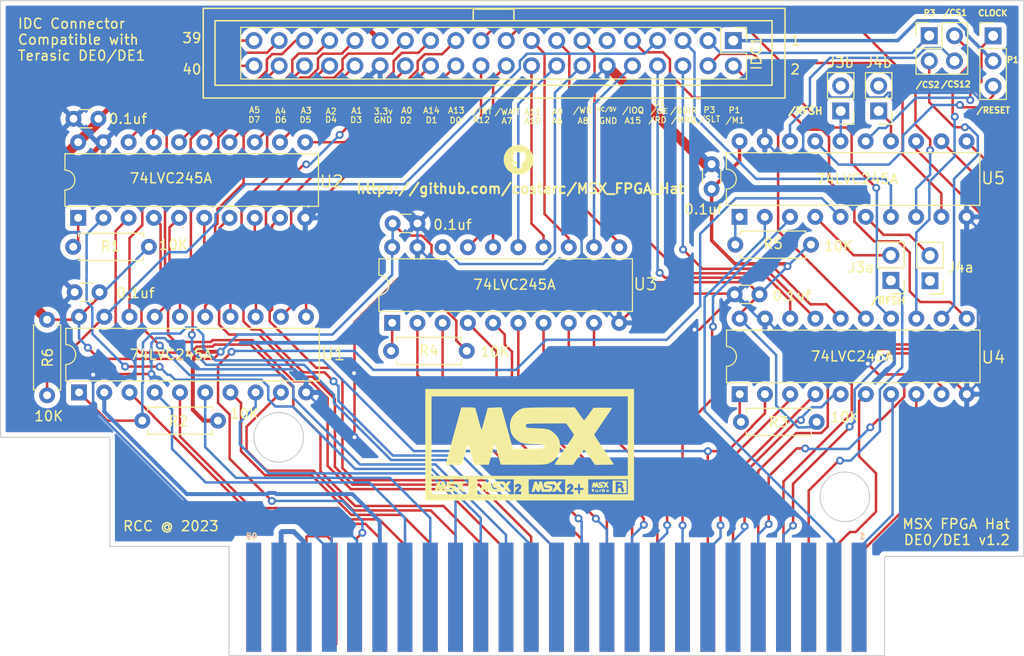
<source format=kicad_pcb>
(kicad_pcb (version 20211014) (generator pcbnew)
  (title_block (title "MSX FPGA Hat") (date "2023-01-24") (rev "1.2") (company "RCC") (comment 1 "Designed for Terasic DE0 & DE1"))
  (layers (0 "F.Cu" signal) (31 "B.Cu" signal) (34 "B.Paste" user) (35 "F.Paste" user) (36 "B.SilkS" user "B.Silkscreen") (37 "F.SilkS" user "F.Silkscreen") (38 "B.Mask" user) (39 "F.Mask" user) (44 "Edge.Cuts" user))
  (net 0 "")
  (net 1 "GNDREF")
  (net 2 "{slash}C_CS1")
  (net 3 "{slash}C_CS12")
  (net 4 "{slash}C_SLTSL")
  (net 5 "C_A15")
  (net 6 "{slash}C_IORQ")
  (net 7 "+5V")
  (net 8 "C_A12")
  (net 9 "{slash}C_MREQ")
  (net 10 "C_A11")
  (net 11 "C_A10")
  (net 12 "{slash}C_RD")
  (net 13 "C_A9")
  (net 14 "{slash}C_RESET")
  (net 15 "C_A8")
  (net 16 "C_CLOCK")
  (net 17 "C_D7")
  (net 18 "C_A6")
  (net 19 "C_D6")
  (net 20 "C_D5")
  (net 21 "C_D4")
  (net 22 "C_D3")
  (net 23 "C_D2")
  (net 24 "C_D1")
  (net 25 "C_D0")
  (net 26 "+12V")
  (net 27 "-12V")
  (net 28 "{slash}C_M1")
  (net 29 "{slash}C_RFSH")
  (net 30 "{slash}C_CS2")
  (net 31 "{slash}C_WAIT")
  (net 32 "Net-(J3a1-Pad2)")
  (net 35 "{slash}CS1")
  (net 36 "{slash}CS2")
  (net 37 "{slash}CS12")
  (net 38 "{slash}SLTSL")
  (net 39 "{slash}RFSH")
  (net 40 "{slash}WAIT")
  (net 41 "{slash}INT")
  (net 42 "{slash}M1")
  (net 43 "{slash}BUSDIR")
  (net 44 "{slash}IORQ")
  (net 45 "{slash}MREQ")
  (net 46 "{slash}WR")
  (net 47 "{slash}RD")
  (net 48 "{slash}RESET")
  (net 49 "A9")
  (net 50 "A15")
  (net 51 "A11")
  (net 52 "A10")
  (net 53 "A7")
  (net 54 "A6")
  (net 55 "A12")
  (net 56 "A8")
  (net 57 "A14")
  (net 58 "A13")
  (net 59 "A1")
  (net 60 "A0")
  (net 61 "A3")
  (net 62 "A2")
  (net 63 "A5")
  (net 64 "A4")
  (net 65 "D1")
  (net 66 "D0")
  (net 67 "D3")
  (net 68 "D2")
  (net 69 "D5")
  (net 70 "D4")
  (net 71 "D7")
  (net 72 "D6")
  (net 73 "CLOCK")
  (net 74 "SOUNDIN")
  (net 75 "C_CLK_OR_RST")
  (net 76 "C_A7")
  (net 77 "C_A5")
  (net 78 "C_A4")
  (net 79 "C_A3")
  (net 80 "C_A2")
  (net 81 "C_A1")
  (net 82 "C_A0")
  (net 83 "C_A14")
  (net 84 "C_A13")
  (net 85 "{slash}C_WR")
  (net 86 "Net-(R1-Pad2)")
  (net 87 "Net-(R3-Pad2)")
  (net 89 "Net-(R4-Pad2)")
  (net 90 "Net-(R5-Pad2)")
  (net 91 "Net-(J3b1-Pad1)")
  (net 92 "SW1")
  (net 93 "Vdd")
  (net 95 "Net-(J4a1-Pad2)")
  (net 96 "{slash}C_INT")
  (net 97 "{slash}C_BUSDIR")
  (net 98 "Net-(J4b1-Pad1)")
  (net 100 "{slash}C_U1_D_OE")
  (net 101 "{slash}C_CS_SLT")
  (footprint "Capacitor_THT:C_Disc_D3.0mm_W1.6mm_P2.50mm" (layer "F.Cu") (at 59.396659 49.582291)
    (fp_text reference "C1" hide)
    (fp_text value "0.1uf")
  )
  (footprint "Package_DIP:DIP-20_W7.62mm" (layer "F.Cu") (at 91.365 52.675 90)
    (fp_text reference "U3")
    (fp_text value "74LVC245A")
  )
  (footprint "Connector_PinHeader_2.54mm:PinHeader_1x02_P2.54mm_Vertical" (layer "F.Cu") (at 136.525 31.325 180)
    (fp_text reference "J3b1" hide)
    (fp_text value "J3b")
  )
  (footprint "Capacitor_THT:C_Disc_D3.0mm_W1.6mm_P2.50mm" (layer "F.Cu") (at 93.915 42.65 180)
    (fp_text reference "C3" hide)
    (fp_text value "0.1uf")
  )
  (footprint "Capacitor_THT:C_Disc_D3.0mm_W1.6mm_P2.50mm" (layer "F.Cu") (at 59.282166 32.103329)
    (fp_text reference "C2" hide)
    (fp_text value "0.1uf")
  )
  (footprint "Connector_PinHeader_2.54mm:PinHeader_1x02_P2.54mm_Vertical" (layer "F.Cu") (at 145.51 48.43 180)
    (fp_text reference "J4a1" hide)
    (fp_text value "J4a")
  )
  (footprint "Connector_PinHeader_2.54mm:PinHeader_2x20_P2.54mm_Vertical" (layer "F.Cu") (at 125.71 24.23 -90)
    (fp_text reference "IDC1")
    (fp_text value "DE1 GPIO")
  )
  (footprint "Connector_PinHeader_2.54mm:PinHeader_1x02_P2.54mm_Vertical" (layer "F.Cu") (at 140.35 31.325 180)
    (fp_text reference "J4b1" hide)
    (fp_text value "J4b")
  )
  (footprint "Capacitor_THT:C_Disc_D3.0mm_W1.6mm_P2.50mm" (layer "F.Cu") (at 123.53 36.68 -90)
    (fp_text reference "C5" hide)
    (fp_text value "0.1uf")
  )
  (footprint "Package_DIP:DIP-20_W7.62mm" (layer "F.Cu") (at 126.340094 41.991078 90)
    (fp_text reference "U5")
    (fp_text value "74LVC245A")
  )
  (footprint "Resistor_THT:R_Axial_DIN0207_L6.3mm_D2.5mm_P7.62mm_Horizontal" (layer "F.Cu") (at 98.875 55.5 180)
    (fp_text reference "R4")
    (fp_text value "10K")
  )
  (footprint "Roni Footprints:MSX_CART_SW" (layer "F.Cu") (at 101.6 50.8)
    (fp_text reference "CONN1" hide)
    (fp_text value "MSX_BUS")
    (fp_line (start -26.66 35.4) (end -26.66 24.4) (layer "Edge.Cuts") (width 0.12))
    (fp_line (start 39.34 25.4) (end 39.34 35.4) (layer "Edge.Cuts") (width 0.12))
    (fp_line (start -38.66 13.4) (end -38.66 24.4) (layer "Edge.Cuts") (width 0.12))
    (fp_line (start 53.34 -30.6) (end 53.34 25.4) (layer "Edge.Cuts") (width 0.12))
    (fp_line (start -26.66 35.4) (end 39.34 35.4) (layer "Edge.Cuts") (width 0.12))
    (fp_line (start 53.34 -30.6) (end -49.66 -30.6) (layer "Edge.Cuts") (width 0.12))
    (fp_line (start 39.34 25.4) (end 53.34 25.4) (layer "Edge.Cuts") (width 0.12))
    (fp_line (start -38.66 24.4) (end -26.66 24.4) (layer "Edge.Cuts") (width 0.12))
    (fp_line (start -49.66 13.4) (end -49.66 -30.6) (layer "Edge.Cuts") (width 0.12))
    (fp_line (start -49.66 13.4) (end -38.66 13.4) (layer "Edge.Cuts") (width 0.12))
    (fp_circle (center -21.66 13.4) (end -19.16 13.4) (layer "Edge.Cuts") (width 0.12) (fill none))
    (fp_circle (center 35.34 19.4) (end 37.84 19.4) (layer "Edge.Cuts") (width 0.12) (fill none))
  )
  (footprint "Resistor_THT:R_Axial_DIN0207_L6.3mm_D2.5mm_P7.62mm_Horizontal" (layer "F.Cu") (at 134.1 62.65 180)
    (fp_text reference "R3")
    (fp_text value "10K")
  )
  (footprint "Resistor_THT:R_Axial_DIN0207_L6.3mm_D2.5mm_P7.62mm_Horizontal" (layer "F.Cu") (at 133.528705 44.789838 180)
    (fp_text reference "R5")
    (fp_text value "10K")
  )
  (footprint "Resistor_THT:R_Axial_DIN0207_L6.3mm_D2.5mm_P7.62mm_Horizontal" (layer "F.Cu") (at 73.826094 62.523366 180)
    (fp_text reference "R2")
    (fp_text value "10K")
  )
  (footprint "Package_DIP:DIP-20_W7.62mm" (layer "F.Cu") (at 59.838625 59.68 90)
    (fp_text reference "U1")
    (fp_text value "74LVC245A")
  )
  (footprint "Resistor_THT:R_Axial_DIN0207_L6.3mm_D2.5mm_P7.62mm_Horizontal" (layer "F.Cu") (at 56.625 52.35 -90)
    (fp_text reference "R6")
    (fp_text value "10K")
  )
  (footprint "Package_DIP:DIP-20_W7.62mm" (layer "F.Cu") (at 59.751269 42.09075 90)
    (fp_text reference "U2")
    (fp_text value "74LVC245A")
  )
  (footprint "Connector_PinHeader_2.54mm:PinHeader_1x02_P2.54mm_Vertical" (layer "F.Cu") (at 141.575 48.4 180)
    (fp_text reference "J3a1" hide)
    (fp_text value "J3a")
  )
  (footprint "Resistor_THT:R_Axial_DIN0207_L6.3mm_D2.5mm_P7.62mm_Horizontal" (layer "F.Cu") (at 66.87 45.01 180)
    (fp_text reference "R1")
    (fp_text value "10K")
  )
  (footprint "Capacitor_THT:C_Disc_D3.0mm_W1.6mm_P2.50mm" (layer "F.Cu") (at 125.844258 49.804272)
    (fp_text reference "C4" hide)
    (fp_text value "0.1uf")
  )
  (footprint "LOGO" (layer "F.Cu") (at 104.09 36.23)
    (fp_text reference "G***" hide)
    (fp_text value "LOGO" hide)
  )
  (footprint "Connector_PinHeader_2.54mm:PinHeader_1x03_P2.54mm_Vertical" (layer "F.Cu") (at 151.87 23.75)
    (fp_text reference "J2" hide)
    (fp_text value "J2" hide)
  )
  (footprint "LOGO" (layer "F.Cu") (at 105.19028 64.93028)
    (fp_text reference "G***" hide)
    (fp_text value "LOGO" hide)
  )
  (footprint "Connector_PinHeader_2.54mm:PinHeader_2x02_P2.54mm_Vertical" (layer "F.Cu") (at 145.44 23.74)
    (fp_text reference "J1" hide)
    (fp_text value "J1")
  )
  (footprint "Package_DIP:DIP-20_W7.62mm" (layer "F.Cu") (at 126.356514 59.858244 90)
    (fp_text reference "U4")
    (fp_text value "74LVC245A")
  )
  (gr_rect (start 72.34 20.98) (end 130.92 30.02) (layer "F.SilkS") (width 0.15) (fill none))
  (gr_rect (start 129.61 22.23) (end 73.53 28.73) (layer "F.SilkS") (width 0.15) (fill none))
  (gr_rect (start 99.53 21.06) (end 103.62 22.23) (layer "F.SilkS") (width 0.15) (fill none))
  (gr_text "1" (at 138.684 74.168) (layer "B.SilkS") (effects (font (size 0.6 0.6) (thickness 0.11)) (justify mirror)))
  (gr_text "49" (at 77.216 74.168) (layer "B.SilkS") (effects (font (size 0.6 0.6) (thickness 0.11)) (justify mirror)))
  (gr_text "/MRQ" (at 120.716396 32.225) (layer "F.SilkS") (effects (font (size 0.6 0.6) (thickness 0.11))))
  (gr_text "/CS2" (at 145.28 28.68) (layer "F.SilkS") (effects (font (size 0.6 0.6))))
  (gr_text "D5" (at 82.626396 32.205) (layer "F.SilkS") (effects (font (size 0.6 0.6) (thickness 0.11))))
  (gr_text "A11" (at 105.516396 31.435) (layer "F.SilkS") (effects (font (size 0.6 0.6) (thickness 0.11))))
  (gr_text "GND" (at 90.436396 32.225) (layer "F.SilkS") (effects (font (size 0.6 0.6) (thickness 0.11))))
  (gr_text "A7" (at 102.926396 32.315) (layer "F.SilkS") (effects (font (size 0.6 0.6) (thickness 0.11))))
  (gr_text "D2" (at 92.736396 32.265) (layer "F.SilkS") (effects (font (size 0.6 0.6) (thickness 0.11))))
  (gr_text "/IOQ" (at 115.626396 31.265) (layer "F.SilkS") (effects (font (size 0.6 0.6) (thickness 0.11))))
  (gr_text "A0" (at 92.836396 31.265) (layer "F.SilkS") (effects (font (size 0.6 0.6) (thickness 0.11))))
  (gr_text "/RD" (at 118.08 32.23) (layer "F.SilkS") (effects (font (size 0.6 0.6) (thickness 0.11))))
  (gr_text "A3" (at 82.716396 31.275) (layer "F.SilkS") (effects (font (size 0.6 0.6) (thickness 0.11))))
  (gr_text "U1\n/OE" (at 118.26 30.93) (layer "F.SilkS") (effects (font (size 0.5 0.6) (thickness 0.11))))
  (gr_text "3.3v" (at 90.476396 31.365) (layer "F.SilkS") (effects (font (size 0.6 0.6) (thickness 0.11))))
  (gr_text "D3" (at 87.731396 32.215) (layer "F.SilkS") (effects (font (size 0.6 0.6) (thickness 0.11))))
  (gr_text "A12" (at 100.376396 32.225) (layer "F.SilkS") (effects (font (size 0.6 0.6) (thickness 0.11))))
  (gr_text "https://github.com/costarc/MSX_FPGA_Hat" (at 104.27 39.15) (layer "F.SilkS") (effects (font (size 1 1) (thickness 0.2))))
  (gr_text "/M1" (at 125.886396 32.265) (layer "F.SilkS") (effects (font (size 0.6 0.6) (thickness 0.11))))
  (gr_text "A13" (at 97.826396 31.265) (layer "F.SilkS") (effects (font (size 0.6 0.6) (thickness 0.11))))
  (gr_text "A2" (at 85.216396 31.355) (layer "F.SilkS") (effects (font (size 0.6 0.6) (thickness 0.11))))
  (gr_text "IDC Connector\nCompatible with\nTerasic DE0/DE1\n" (at 53.594 24.13) (layer "F.SilkS") (effects (font (size 1 1)) (justify left)))
  (gr_text "A6" (at 107.996396 32.335) (layer "F.SilkS") (effects (font (size 0.6 0.6) (thickness 0.11))))
  (gr_text "/BDIR" (at 120.706396 31.285) (layer "F.SilkS") (effects (font (size 0.6 0.6) (thickness 0.11))))
  (gr_text "D1" (at 95.326396 32.245) (layer "F.SilkS") (effects (font (size 0.6 0.6) (thickness 0.11))))
  (gr_text "1" (at 131.98 24.22) (layer "F.SilkS") (effects (font (size 1 1))))
  (gr_text "A9" (at 108.006396 31.415) (layer "F.SilkS") (effects (font (size 0.6 0.6) (thickness 0.11))))
  (gr_text "/RESET" (at 151.89 31.25) (layer "F.SilkS") (effects (font (size 0.6 0.6))))
  (gr_text "D4" (at 85.206396 32.185) (layer "F.SilkS") (effects (font (size 0.6 0.6) (thickness 0.11))))
  (gr_text "/WAIT" (at 102.976396 31.415) (layer "F.SilkS") (effects (font (size 0.6 0.6) (thickness 0.11))))
  (gr_text "2" (at 131.94 27.13) (layer "F.SilkS") (effects (font (size 1 1))))
  (gr_text "39" (at 71.2 23.97) (layer "F.SilkS") (effects (font (size 1 1))))
  (gr_text "A1" (at 87.796396 31.285) (layer "F.SilkS") (effects (font (size 0.6 0.6) (thickness 0.11))))
  (gr_text "/INT" (at 100.426396 31.365) (layer "F.SilkS") (effects (font (size 0.6 0.6) (thickness 0.11))))
  (gr_text "GND" (at 113.106396 32.315) (layer "F.SilkS") (effects (font (size 0.6 0.6) (thickness 0.11))))
  (gr_text "P1" (at 153.85 26.17) (layer "F.SilkS") (effects (font (size 0.6 0.6))))
  (gr_text "A15" (at 115.596396 32.285) (layer "F.SilkS") (effects (font (size 0.6 0.6) (thickness 0.11))))
  (gr_text "D0" (at 97.736396 32.265) (layer "F.SilkS") (effects (font (size 0.6 0.6) (thickness 0.11))))
  (gr_text "A8" (at 110.586396 32.315) (layer "F.SilkS") (effects (font (size 0.6 0.6) (thickness 0.11))))
  (gr_text "A10" (at 105.506396 32.315) (layer "F.SilkS") (effects (font (size 0.6 0.6) (thickness 0.11))))
  (gr_text "50" (at 77.216 74.168) (layer "F.SilkS") (effects (font (size 0.6 0.6) (thickness 0.11))))
  (gr_text "A14" (at 95.316396 31.265) (layer "F.SilkS") (effects (font (size 0.6 0.6) (thickness 0.11))))
  (gr_text "A4" (at 80.136396 31.355) (layer "F.SilkS") (effects (font (size 0.6 0.6) (thickness 0.11))))
  (gr_text "MSX FPGA Hat\nDE0/DE1 v1.2" (at 153.650817 73.743452) (layer "F.SilkS") (effects (font (size 1 1)) (justify right)))
  (gr_text "2" (at 138.684 74.168) (layer "F.SilkS") (effects (font (size 0.6 0.6) (thickness 0.11))))
  (gr_text "/CS1" (at 148.04 21.42) (layer "F.SilkS") (effects (font (size 0.6 0.6))))
  (gr_text "/RFSH" (at 141.29 50.44) (layer "F.SilkS") (effects (font (size 0.7 0.7) (thickness 0.175))))
  (gr_text "/WR" (at 110.526396 31.265) (layer "F.SilkS") (effects (font (size 0.6 0.6) (thickness 0.11))))
  (gr_text "/SLT" (at 123.326396 32.145) (layer "F.SilkS") (effects (font (size 0.6 0.6) (thickness 0.11))))
  (gr_text "D6" (at 80.156396 32.205) (layer "F.SilkS") (effects (font (size 0.6 0.6) (thickness 0.11))))
  (gr_text "/RFSH" (at 132.96 31.32) (layer "F.SilkS") (effects (font (size 0.7 0.7) (thickness 0.175))))
  (gr_text "P1" (at 125.826396 31.245) (layer "F.SilkS") (effects (font (size 0.6 0.6) (thickness 0.11))))
  (gr_text "NC/5V" (at 112.946396 31.155) (layer "F.SilkS") (effects (font (size 0.4 0.4) (thickness 0.1))))
  (gr_text "CLOCK" (at 151.84 21.46) (layer "F.SilkS") (effects (font (size 0.6 0.6))))
  (gr_text "P3" (at 123.306396 31.225) (layer "F.SilkS") (effects (font (size 0.6 0.6) (thickness 0.11))))
  (gr_text "P3" (at 145.47 21.45) (layer "F.SilkS") (effects (font (size 0.6 0.6))))
  (gr_text "RCC @ 2023" (at 69.088 73.152) (layer "F.SilkS") (effects (font (size 1 1))))
  (gr_text "/CS12" (at 148.12 28.63) (layer "F.SilkS") (effects (font (size 0.6 0.6))))
  (gr_text "A5" (at 77.516396 31.225) (layer "F.SilkS") (effects (font (size 0.6 0.6) (thickness 0.11))))
  (gr_text "40" (at 71.2 27.13) (layer "F.SilkS") (effects (font (size 1 1))))
  (gr_text "D7" (at 77.476396 32.205) (layer "F.SilkS") (effects (font (size 0.6 0.6) (thickness 0.11))))
  (segment (start 125.844258 49.804272) (end 122.28853 53.36) (width 0.25) (layer "F.Cu") (net 1))
  (segment (start 67.125 57.825) (end 61.325 57.825) (width 0.25) (layer "F.Cu") (net 1))
  (segment (start 87.575 52.606582) (end 91.915791 48.265791) (width 0.25) (layer "F.Cu") (net 1))
  (segment (start 122.28853 53.36) (end 121.8 53.36) (width 0.25) (layer "F.Cu") (net 1))
  (segment (start 55.975846 40.786173) (end 55.975846 46.161478) (width 0.5) (layer "F.Cu") (net 1))
  (segment (start 55.975846 46.161478) (end 59.396659 49.582291) (width 0.5) (layer "F.Cu") (net 1))
  (segment (start 87.575 64.2) (end 87.575 52.606582) (width 0.25) (layer "F.Cu") (net 1))
  (segment (start 147.22827 57.87) (end 149.216514 59.858244) (width 0.25) (layer "F.Cu") (net 1))
  (segment (start 122.92 36.68) (end 123.53 36.68) (width 1) (layer "F.Cu") (net 1))
  (segment (start 125.764986 49.725) (end 125.844258 49.804272) (width 0.25) (layer "F.Cu") (net 1))
  (segment (start 117.175 49.725) (end 125.764986 49.725) (width 0.25) (layer "F.Cu") (net 1))
  (segment (start 139.25 56.78) (end 140.34 57.87) (width 0.25) (layer "F.Cu") (net 1))
  (segment (start 140.34 57.87) (end 147.22827 57.87) (width 0.25) (layer "F.Cu") (net 1))
  (segment (start 61.325 57.825) (end 61.275 57.875) (width 0.25) (layer "F.Cu") (net 1))
  (segment (start 113.01 26.77) (end 122.92 36.68) (width 1) (layer "F.Cu") (net 1))
  (segment (start 91.915791 48.265791) (end 93.905 46.276582) (width 0.25) (layer "F.Cu") (net 1))
  (segment (start 93.905 46.276582) (end 93.905 45.055) (width 0.25) (layer "F.Cu") (net 1))
  (segment (start 62.291269 34.47075) (end 55.975846 40.786173) (width 0.5) (layer "F.Cu") (net 1))
  (segment (start 114.225 52.675) (end 117.175 49.725) (width 0.25) (layer "F.Cu") (net 1))
  (via (at 67.125 57.825) (size 0.8) (drill 0.4) (layers "F.Cu" "B.Cu") (net 1))
  (via (at 61.253625 57.896375) (size 0.8) (drill 0.4) (layers "F.Cu" "B.Cu") (net 1))
  (via (at 87.575 64.2) (size 0.8) (drill 0.4) (layers "F.Cu" "B.Cu") (net 1))
  (via (at 121.8 53.36) (size 0.8) (drill 0.4) (layers "F.Cu" "B.Cu") (net 1))
  (via (at 139.25 56.78) (size 0.8) (drill 0.4) (layers "F.Cu" "B.Cu") (net 1))
  (via (at 87.53 57.74) (size 0.8) (drill 0.4) (layers "F.Cu" "B.Cu") (net 1))
  (segment (start 114.225 52.675) (end 114.225 49.435) (width 0.25) (layer "B.Cu") (net 1))
  (segment (start 58.42 50.55895) (end 58.42 55.012436) (width 0.25) (layer "B.Cu") (net 1))
  (segment (start 138.13 55.66) (end 132.31827 55.66) (width 0.25) (layer "B.Cu") (net 1))
  (segment (start 93.915 42.65) (end 93.915 45.045) (width 0.25) (layer "B.Cu") (net 1))
  (segment (start 149.86 29.49) (end 141.306701 29.49) (width 0.25) (layer "B.Cu") (net 1))
  (segment (start 110.44 29.34) (end 113.01 26.77) (width 0.25) (layer "B.Cu") (net 1))
  (segment (start 151.725 37.275) (end 151.725 31.355) (width 0.25) (layer "B.Cu") (net 1))
  (segment (start 83.952019 40.75) (end 92.015 40.75) (width 1) (layer "B.Cu") (net 1))
  (segment (start 58.42 55.012436) (end 60.123782 56.716218) (width 0.25) (layer "B.Cu") (net 1))
  (segment (start 135.115 29.96) (end 132.75 32.325) (width 0.25) (layer "B.Cu") (net 1))
  (segment (start 85.344 74.168) (end 85.269749 74.242251) (width 0.25) (layer "B.Cu") (net 1))
  (segment (start 92.015 40.75) (end 93.915 42.65) (width 1) (layer "B.Cu") (net 1))
  (segment (start 132.31827 55.66) (end 128.896514 52.238244) (width 0.25) (layer "B.Cu") (net 1))
  (segment (start 61.253625 57.896375) (end 61.253625 57.846062) (width 0.25) (layer "B.Cu") (net 1))
  (segment (start 87.809749 80.509983) (end 87.809749 74.601749) (width 0.25) (layer "B.Cu") (net 1))
  (segment (start 61.253625 61.253625) (end 61.253625 57.896375) (width 0.25) (layer "B.Cu") (net 1))
  (segment (start 87.809749 74.601749) (end 87.376 74.168) (width 0.25) (layer "B.Cu") (net 1))
  (segment (start 61.253625 57.846062) (end 60.223967 56.816403) (width 0.25) (layer "B.Cu") (net 1))
  (segment (start 149.200094 41.991078) (end 149.200094 39.799906) (width 0.25) (layer "B.Cu") (net 1))
  (segment (start 132.75 35.225) (end 132 35.975) (width 0.25) (layer "B.Cu") (net 1))
  (segment (start 82.611269 42.09075) (end 83.952019 40.75) (width 1) (layer "B.Cu") (net 1))
  (segment (start 99.575 50.725) (end 112.275 50.725) (width 0.25) (layer "B.Cu") (net 1))
  (segment (start 85.269749 74.242251) (end 85.269749 80.509983) (width 0.25) (layer "B.Cu") (net 1))
  (segment (start 71.671 57.346) (end 69.625 55.3) (width 0.25) (layer "B.Cu") (net 1))
  (segment (start 87.218625 64.2) (end 87.575 64.2) (width 0.25) (layer "B.Cu") (net 1))
  (segment (start 67.125 55.325) (end 67.125 57.825) (width 0.25) (layer "B.Cu") (net 1))
  (segment (start 59.396659 49.582291) (end 58.42 50.55895) (width 0.25) (layer "B.Cu") (net 1))
  (segment (start 125.844258 49.804272) (end 128.27823 52.238244) (width 0.25) (layer "B.Cu") (net 1))
  (segment (start 112.275 50.725) (end 114.225 52.675) (width 0.25) (layer "B.Cu") (net 1))
  (segment (start 68.45 54.2) (end 67.625 54.2) (width 0.25) (layer "B.Cu") (net 1))
  (segment (start 85.042025 75.564405) (end 81.86762 72.39) (width 0.25) (layer "B.Cu") (net 1))
  (segment (start 68.825 54.575) (end 68.45 54.2) (width 0.25) (layer "B.Cu") (net 1))
  (segment (start 81.546 57.346) (end 71.671 57.346) (width 0.25) (layer "B.Cu") (net 1))
  (segment (start 87.376 74.168) (end 85.344 74.168) (width 0.25) (layer "B.Cu") (net 1))
  (segment (start 81.86762 72.39) (end 72.39 72.39) (width 0.25) (layer "B.Cu") (net 1))
  (segment (start 110.44 45.65) (end 110.44 29.34) (width 0.25) (layer "B.Cu") (net 1))
  (segment (start 82.698625 59.68) (end 82.698625 58.498625) (width 0.25) (layer "B.Cu") (net 1))
  (segment (start 68.062019 28.7) (end 62.291269 34.47075) (width 0.5) (layer "B.Cu") (net 1))
  (segment (start 150.341514 58.733244) (end 150.341514 43.132498) (width 0.25) (layer "B.Cu") (net 1))
  (segment (start 93.915 45.045) (end 93.905 45.055) (width 0.25) (layer "B.Cu") (net 1))
  (segment (start 150.341514 58.733244) (end 149.216514 59.858244) (width 0.25) (layer "B.Cu") (net 1))
  (segment (start 128.27823 52.238244) (end 128.896514 52.238244) (width 0.25) (layer "B.Cu") (net 1))
  (segment (start 61.649588 34.47075) (end 62.291269 34.47075) (width 0.5) (layer "B.Cu") (net 1))
  (segment (start 139.25 56.78) (end 138.13 55.66) (width 0.25) (layer "B.Cu") (net 1))
  (segment (start 93.905 45.055) (end 99.575 50.725) (width 0.25) (layer "B.Cu") (net 1))
  (segment (start 85.042025 80.314405) (end 85.042025 75.564405) (width 0.25) (layer "B.Cu") (net 1))
  (segment (start 60.123782 56.716218) (end 60.223967 56.816403) (width 0.25) (layer "B.Cu") (net 1))
  (segment (start 72.39 72.39) (end 61.253625 61.253625) (width 0.25) (layer "B.Cu") (net 1))
  (segment (start 151.725 31.355) (end 149.86 29.49) (width 0.25) (layer "B.Cu") (net 1))
  (segment (start 68.9 54.575) (end 68.825 54.575) (width 0.25) (layer "B.Cu") (net 1))
  (segment (start 82.698625 58.498625) (end 81.546 57.346) (width 0.25) (layer "B.Cu") (net 1))
  (segment (start 149.200094 39.799906) (end 151.725 37.275) (width 0.25) (layer "B.Cu") (net 1))
  (segment (start 82.698625 59.68) (end 87.218625 64.2) (width 0.25) (layer "B.Cu") (net 1))
  (segment (start 140.836701 29.96) (end 135.115 29.96) (width 0.25) (layer "B.Cu") (net 1))
  (segment (start 69.625 55.3) (end 68.9 54.575) (width 0.25) (layer "B.Cu") (net 1))
  (segment (start 67.625 54.2) (end 67.125 54.7) (width 0.25) (layer "B.Cu") (net 1))
  (segment (start 150.341514 43.132498) (end 149.200094 41.991078) (width 0.25) (layer "B.Cu") (net 1))
  (segment (start 132 35.975) (end 130.484016 35.975) (width 0.25) (layer "B.Cu") (net 1))
  (segment (start 130.484016 35.975) (end 128.880094 34.371078) (width 0.25) (layer "B.Cu") (net 1))
  (segment (start 132.75 32.325) (end 132.75 35.225) (width 0.25) (layer "B.Cu") (net 1))
  (segment (start 88.22 28.7) (end 68.062019 28.7) (width 0.5) (layer "B.Cu") (net 1))
  (segment (start 67.125 54.7) (end 67.125 55.325) (width 0.25) (layer "B.Cu") (net 1))
  (segment (start 90.15 26.77) (end 88.22 28.7) (width 0.5) (layer "B.Cu") (net 1))
  (segment (start 141.306701 29.49) (end 140.836701 29.96) (width 0.25) (layer "B.Cu") (net 1))
  (segment (start 114.225 49.435) (end 110.44 45.65) (width 0.25) (layer "B.Cu") (net 1))
  (segment (start 59.282166 32.103329) (end 61.649588 34.47075) (width 0.5) (layer "B.Cu") (net 1))
  (segment (start 147.795 28.388604) (end 149.436802 26.746802) (width 0.25) (layer "F.Cu") (net 2))
  (segment (start 147.795 31.685) (end 147.795 28.388604) (width 0.25) (layer "F.Cu") (net 2))
  (segment (start 149.436802 25.196802) (end 147.98 23.74) (width 0.25) (layer "F.Cu") (net 2))
  (segment (start 148.01 31.9) (end 147.795 31.685) (width 0.25) (layer "F.Cu") (net 2))
  (segment (start 149.436802 26.746802) (end 149.436802 25.196802) (width 0.25) (layer "F.Cu") (net 2))
  (via (at 148.01 31.9) (size 0.8) (drill 0.4) (layers "F.Cu" "B.Cu") (net 2))
  (segment (start 147.99 31.92) (end 147.99 35.906396) (width 0.25) (layer "B.Cu") (net 2))
  (segment (start 145.45 38.446396) (end 145.45 42.252163) (width 0.25) (layer "B.Cu") (net 2))
  (segment (start 145.45 42.252163) (end 144.136514 43.565649) (width 0.25) (layer "B.Cu") (net 2))
  (segment (start 147.99 35.906396) (end 145.45 38.446396) (width 0.25) (layer "B.Cu") (net 2))
  (segment (start 144.136514 43.565649) (end 144.136514 52.238244) (width 0.25) (layer "B.Cu") (net 2))
  (segment (start 148.01 31.9) (end 147.99 31.92) (width 0.25) (layer "B.Cu") (net 2))
  (segment (start 131.420094 32.729906) (end 131.420094 34.371078) (width 0.25) (layer "B.Cu") (net 3))
  (segment (start 147.98 26.28) (end 146.69 24.99) (width 0.25) (layer "B.Cu") (net 3))
  (segment (start 145.068299 24.99) (end 144.088299 25.97) (width 0.25) (layer "B.Cu") (net 3))
  (segment (start 135.455 25.97) (end 133.425 28) (width 0.25) (layer "B.Cu") (net 3))
  (segment (start 146.69 24.99) (end 145.068299 24.99) (width 0.25) (layer "B.Cu") (net 3))
  (segment (start 144.088299 25.97) (end 135.455 25.97) (width 0.25) (layer "B.Cu") (net 3))
  (segment (start 133.425 30.725) (end 131.420094 32.729906) (width 0.25) (layer "B.Cu") (net 3))
  (segment (start 133.425 28) (end 133.425 30.725) (width 0.25) (layer "B.Cu") (net 3))
  (segment (start 124.37 25.57) (end 123.17 26.77) (width 0.25) (layer "F.Cu") (net 4))
  (segment (start 137.626285 36.586285) (end 137.626285 33.536285) (width 0.25) (layer "F.Cu") (net 4))
  (segment (start 140.1 39.06) (end 137.626285 36.586285) (width 0.25) (layer "F.Cu") (net 4))
  (segment (start 137.626285 33.536285) (end 137.08 32.99) (width 0.25) (layer "F.Cu") (net 4))
  (segment (start 127.72 25.57) (end 124.37 25.57) (width 0.25) (layer "F.Cu") (net 4))
  (segment (start 135.14 32.99) (end 127.72 25.57) (width 0.25) (layer "F.Cu") (net 4))
  (segment (start 137.08 32.99) (end 135.14 32.99) (width 0.25) (layer "F.Cu") (net 4))
  (via (at 140.1 39.06) (size 0.8) (drill 0.4) (layers "F.Cu" "B.Cu") (net 4))
  (segment (start 140.165094 39.135094) (end 140.08 39.05) (width 0.25) (layer "B.Cu") (net 4))
  (segment (start 140.165094 50.806824) (end 140.165094 39.135094) (width 0.25) (layer "B.Cu") (net 4))
  (segment (start 141.596514 52.238244) (end 140.165094 50.806824) (width 0.25) (layer "B.Cu") (net 4))
  (segment (start 115.55 26.77) (end 111.685 30.635) (width 0.25) (layer "B.Cu") (net 5))
  (segment (start 111.685 30.635) (end 111.685 45.055) (width 0.25) (layer "B.Cu") (net 5))
  (segment (start 130.225 43.40673) (end 130.225 33.665) (width 0.25) (layer "F.Cu") (net 6))
  (segment (start 126.56 30) (end 121.7 30) (width 0.25) (layer "F.Cu") (net 6))
  (segment (start 118.63 25.41) (end 116.73 25.41) (width 0.25) (layer "F.Cu") (net 6))
  (segment (start 121.7 30) (end 119.33 27.63) (width 0.25) (layer "F.Cu") (net 6))
  (segment (start 139.056514 52.238244) (end 130.225 43.40673) (width 0.25) (layer "F.Cu") (net 6))
  (segment (start 119.33 27.63) (end 119.33 26.11) (width 0.25) (layer "F.Cu") (net 6))
  (segment (start 119.33 26.11) (end 118.63 25.41) (width 0.25) (layer "F.Cu") (net 6))
  (segment (start 130.225 33.665) (end 126.56 30) (width 0.25) (layer "F.Cu") (net 6))
  (segment (start 116.73 25.41) (end 115.55 24.23) (width 0.25) (layer "F.Cu") (net 6))
  (segment (start 80.260003 73.721274) (end 80.189749 73.791528) (width 0.5) (layer "B.Cu") (net 7))
  (segment (start 82.502025 74.758948) (end 82.502025 80.314405) (width 0.5) (layer "B.Cu") (net 7))
  (segment (start 81.443842 73.700765) (end 82.502025 74.758948) (width 0.5) (layer "B.Cu") (net 7))
  (segment (start 80.189749 74.810251) (end 80.189749 80.509983) (width 0.25) (layer "B.Cu") (net 7))
  (segment (start 80.264 74.168) (end 80.189749 74.242251) (width 0.25) (layer "B.Cu") (net 7))
  (segment (start 80.189749 73.791528) (end 80.189749 74.810251) (width 0.5) (layer "B.Cu") (net 7))
  (segment (start 80.189749 74.242251) (end 80.189749 74.810251) (width 0.25) (layer "B.Cu") (net 7))
  (segment (start 80.260003 73.721274) (end 80.280512 73.700765) (width 0.5) (layer "B.Cu") (net 7))
  (segment (start 80.280512 73.700765) (end 81.443842 73.700765) (width 0.5) (layer "B.Cu") (net 7))
  (segment (start 100.31 26.77) (end 100.31 43.73) (width 0.25) (layer "F.Cu") (net 8))
  (segment (start 100.31 43.73) (end 98.985 45.055) (width 0.25) (layer "F.Cu") (net 8))
  (segment (start 133.47 50.8) (end 129.895 47.225) (width 0.25) (layer "F.Cu") (net 9))
  (segment (start 135.07827 50.8) (end 133.47 50.8) (width 0.25) (layer "F.Cu") (net 9))
  (segment (start 122.6 47.225) (end 120.6575 45.2825) (width 0.25) (layer "F.Cu") (net 9))
  (segment (start 129.895 47.225) (end 122.6 47.225) (width 0.25) (layer "F.Cu") (net 9))
  (segment (start 136.516514 52.238244) (end 135.07827 50.8) (width 0.25) (layer "F.Cu") (net 9))
  (via (at 120.6575 45.2825) (size 0.8) (drill 0.4) (layers "F.Cu" "B.Cu") (net 9))
  (segment (start 120.63 26.77) (end 120.63 45.13) (width 0.25) (layer "B.Cu") (net 9))
  (segment (start 106.706012 25.546012) (end 105.39 24.23) (width 0.25) (layer "F.Cu") (net 10))
  (segment (start 106.706012 41.706012) (end 106.706012 25.546012) (width 0.25) (layer "F.Cu") (net 10))
  (segment (start 106.706012 41.706012) (end 109.145 44.145) (width 0.25) (layer "F.Cu") (net 10))
  (segment (start 109.145 44.145) (end 109.145 45.055) (width 0.25) (layer "F.Cu") (net 10))
  (segment (start 106.605 45.055) (end 106.605 43.88) (width 0.25) (layer "F.Cu") (net 11))
  (segment (start 105.39 42.665) (end 105.39 26.77) (width 0.25) (layer "F.Cu") (net 11))
  (segment (start 106.605 43.88) (end 105.39 42.665) (width 0.25) (layer "F.Cu") (net 11))
  (segment (start 118.33 47.63) (end 118.3 47.63) (width 0.25) (layer "F.Cu") (net 12))
  (segment (start 129.15 48.125) (end 118.825 48.125) (width 0.25) (layer "F.Cu") (net 12))
  (segment (start 131.436514 50.411514) (end 131.436514 52.238244) (width 0.25) (layer "F.Cu") (net 12))
  (segment (start 118.825 48.125) (end 118.33 47.63) (width 0.25) (layer "F.Cu") (net 12))
  (segment (start 129.15 48.125) (end 131.436514 50.411514) (width 0.25) (layer "F.Cu") (net 12))
  (via (at 118.3 47.63) (size 0.8) (drill 0.4) (layers "F.Cu" "B.Cu") (net 12))
  (segment (start 118.09 47.42) (end 118.09 26.77) (width 0.25) (layer "B.Cu") (net 12))
  (segment (start 118.3 47.63) (end 118.09 47.42) (width 0.25) (layer "B.Cu") (net 12))
  (segment (start 114.225 44.625) (end 114.225 45.055) (width 0.25) (layer "F.Cu") (net 13))
  (segment (start 109.2 39.625) (end 113.575 44) (width 0.25) (layer "F.Cu") (net 13))
  (segment (start 109.2 39.625) (end 109.2 25.5) (width 0.25) (layer "F.Cu") (net 13))
  (segment (start 113.575 44) (end 113.6 44) (width 0.25) (layer "F.Cu") (net 13))
  (segment (start 113.6 44) (end 114.225 44.625) (width 0.25) (layer "F.Cu") (net 13))
  (segment (start 109.2 25.5) (end 107.93 24.23) (width 0.25) (layer "F.Cu") (net 13))
  (segment (start 148.52 30.7145) (end 148.755049 30.949549) (width 0.25) (layer "F.Cu") (net 14))
  (segment (start 148.755049 30.949549) (end 150.700451 30.949549) (width 0.25) (layer "F.Cu") (net 14))
  (segment (start 151.87 29.78) (end 151.87 28.83) (width 0.25) (layer "F.Cu") (net 14))
  (segment (start 150.700451 30.949549) (end 151.87 29.78) (width 0.25) (layer "F.Cu") (net 14))
  (via (at 148.52 30.7145) (size 0.8) (drill 0.4) (layers "F.Cu" "B.Cu") (net 14))
  (segment (start 148.52 30.7145) (end 145.8855 30.7145) (width 0.25) (layer "B.Cu") (net 14))
  (segment (start 142.800207 33.799793) (end 142.800207 35.299793) (width 0.25) (layer "B.Cu") (net 14))
  (segment (start 136.314016 36.725) (end 133.960094 34.371078) (width 0.25) (layer "B.Cu") (net 14))
  (segment (start 142.800207 35.299793) (end 141.375 36.725) (width 0.25) (layer "B.Cu") (net 14))
  (segment (start 141.375 36.725) (end 136.314016 36.725) (width 0.25) (layer "B.Cu") (net 14))
  (segment (start 145.8855 30.7145) (end 142.800207 33.799793) (width 0.25) (layer "B.Cu") (net 14))
  (segment (start 107.75 29.49) (end 110.47 26.77) (width 0.25) (layer "B.Cu") (net 15))
  (segment (start 96.445 45.055) (end 98.13 46.74) (width 0.25) (layer "B.Cu") (net 15))
  (segment (start 107.75 45.5414) (end 107.75 29.49) (width 0.25) (layer "B.Cu") (net 15))
  (segment (start 98.13 46.74) (end 106.5514 46.74) (width 0.25) (layer "B.Cu") (net 15))
  (segment (start 106.5514 46.74) (end 107.75 45.5414) (width 0.25) (layer "B.Cu") (net 15))
  (segment (start 150.695 24.925) (end 151.87 23.75) (width 0.25) (layer "F.Cu") (net 16))
  (segment (start 149.569951 30.224549) (end 149.569951 29.468348) (width 0.25) (layer "F.Cu") (net 16))
  (segment (start 149.569951 29.468348) (end 150.695 28.343299) (width 0.25) (layer "F.Cu") (net 16))
  (segment (start 150.695 28.343299) (end 150.695 24.925) (width 0.25) (layer "F.Cu") (net 16))
  (via (at 149.569951 30.224549) (size 0.8) (drill 0.4) (layers "F.Cu" "B.Cu") (net 16))
  (segment (start 144.1 29.99) (end 141.05 33.04) (width 0.25) (layer "B.Cu") (net 16))
  (segment (start 140.371172 33.04) (end 139.040094 34.371078) (width 0.25) (layer "B.Cu") (net 16))
  (segment (start 149.335402 29.99) (end 144.1 29.99) (width 0.25) (layer "B.Cu") (net 16))
  (segment (start 141.05 33.04) (end 140.371172 33.04) (width 0.25) (layer "B.Cu") (net 16))
  (segment (start 149.569951 30.224549) (end 149.335402 29.99) (width 0.25) (layer "B.Cu") (net 16))
  (segment (start 64.918625 44.131375) (end 64.918625 52.06) (width 0.25) (layer "F.Cu") (net 17))
  (segment (start 65.745 43.291501) (end 65.745 43.305) (width 0.25) (layer "F.Cu") (net 17))
  (segment (start 66.206708 38.818292) (end 66.206708 42.829793) (width 0.25) (layer "F.Cu") (net 17))
  (segment (start 68.662042 35.662042) (end 68.775 35.775) (width 0.25) (layer "F.Cu") (net 17))
  (segment (start 68.662042 35.662042) (end 68.662042 36.167567) (width 0.25) (layer "F.Cu") (net 17))
  (segment (start 68.775 35.775) (end 68.775 36.25) (width 0.25) (layer "F.Cu") (net 17))
  (segment (start 68.775 36.25) (end 66.206708 38.818292) (width 0.25) (layer "F.Cu") (net 17))
  (segment (start 66.206708 42.829793) (end 65.745 43.291501) (width 0.25) (layer "F.Cu") (net 17))
  (segment (start 65.745 43.305) (end 64.918625 44.131375) (width 0.25) (layer "F.Cu") (net 17))
  (segment (start 68.662042 33.471375) (end 75.363417 26.77) (width 0.25) (layer "F.Cu") (net 17))
  (segment (start 68.662042 35.662042) (end 68.662042 33.471375) (width 0.25) (layer "F.Cu") (net 17))
  (segment (start 75.363417 26.77) (end 77.45 26.77) (width 0.25) (layer "F.Cu") (net 17))
  (segment (start 107.93 26.77) (end 104.065 30.635) (width 0.25) (layer "B.Cu") (net 18))
  (segment (start 104.065 30.635) (end 104.065 45.055) (width 0.25) (layer "B.Cu") (net 18))
  (segment (start 71.075 34.145) (end 74.83 30.39) (width 0.25) (layer "F.Cu") (net 19))
  (segment (start 68.496269 51.022356) (end 68.496269 38.378731) (width 0.25) (layer "F.Cu") (net 19))
  (segment (start 71.075 35.8) (end 71.075 34.145) (width 0.25) (layer "F.Cu") (net 19))
  (segment (start 68.496269 38.378731) (end 71.075 35.8) (width 0.25) (layer "F.Cu") (net 19))
  (segment (start 76.37 30.39) (end 79.99 26.77) (width 0.25) (layer "F.Cu") (net 19))
  (segment (start 67.458625 52.06) (end 68.496269 51.022356) (width 0.25) (layer "F.Cu") (net 19))
  (segment (start 74.83 30.39) (end 76.37 30.39) (width 0.25) (layer "F.Cu") (net 19))
  (segment (start 73.866269 34.004759) (end 75.841028 32.03) (width 0.25) (layer "F.Cu") (net 20))
  (segment (start 75.841028 32.03) (end 77.366396 32.03) (width 0.25) (layer "F.Cu") (net 20))
  (segment (start 71.1 46.175) (end 71.1 37.9) (width 0.25) (layer "F.Cu") (net 20))
  (segment (start 82.53 26.866396) (end 82.53 26.77) (width 0.25) (layer "F.Cu") (net 20))
  (segment (start 69.998625 47.276375) (end 71.1 46.175) (width 0.25) (layer "F.Cu") (net 20))
  (segment (start 69.998625 52.06) (end 69.998625 47.276375) (width 0.25) (layer "F.Cu") (net 20))
  (segment (start 71.1 37.9) (end 73.866269 35.133731) (width 0.25) (layer "F.Cu") (net 20))
  (segment (start 77.366396 32.03) (end 82.53 26.866396) (width 0.25) (layer "F.Cu") (net 20))
  (segment (start 73.866269 35.133731) (end 73.866269 34.004759) (width 0.25) (layer "F.Cu") (net 20))
  (segment (start 84.345 27.253097) (end 83.203097 28.395) (width 0.25) (layer "F.Cu") (net 21))
  (segment (start 84.345 26.77) (end 84.345 27.253097) (width 0.25) (layer "F.Cu") (net 21))
  (segment (start 83.203097 28.395) (end 82.291396 28.395) (width 0.25) (layer "F.Cu") (net 21))
  (segment (start 72.538625 50.92863) (end 72.538625 52.06) (width 0.25) (layer "F.Cu") (net 21))
  (segment (start 82.291396 28.395) (end 77.736396 32.95) (width 0.25) (layer "F.Cu") (net 21))
  (segment (start 77.736396 32.95) (end 77.148415 32.95) (width 0.25) (layer "F.Cu") (net 21))
  (segment (start 73.543457 42.902166) (end 73.543457 49.923798) (width 0.25) (layer "F.Cu") (net 21))
  (segment (start 73.543457 49.923798) (end 72.538625 50.92863) (width 0.25) (layer "F.Cu") (net 21))
  (segment (start 73.775 42.670623) (end 73.543457 42.902166) (width 0.25) (layer "F.Cu") (net 21))
  (segment (start 76.406269 38.593731) (end 73.775 41.225) (width 0.25) (layer "F.Cu") (net 21))
  (segment (start 85.07 26.77) (end 84.345 26.77) (width 0.25) (layer "F.Cu") (net 21))
  (segment (start 73.775 41.225) (end 73.775 42.670623) (width 0.25) (layer "F.Cu") (net 21))
  (segment (start 76.406269 33.692146) (end 76.406269 38.593731) (width 0.25) (layer "F.Cu") (net 21))
  (segment (start 77.148415 32.95) (end 76.406269 33.692146) (width 0.25) (layer "F.Cu") (net 21))
  (segment (start 75.078625 52.06) (end 75.078625 48.919832) (width 0.25) (layer "F.Cu") (net 22))
  (segment (start 76.2 43.812329) (end 76.2 40.65) (width 0.25) (layer "F.Cu") (net 22))
  (segment (start 80.45 32.2) (end 82.18 32.2) (width 0.25) (layer "F.Cu") (net 22))
  (segment (start 75.078625 48.919832) (end 76.611669 47.386788) (width 0.25) (layer "F.Cu") (net 22))
  (segment (start 78.775 33.875) (end 80.45 32.2) (width 0.25) (layer "F.Cu") (net 22))
  (segment (start 76.611669 44.223998) (end 76.2 43.812329) (width 0.25) (layer "F.Cu") (net 22))
  (segment (start 76.2 40.65) (end 78.775 38.075) (width 0.25) (layer "F.Cu") (net 22))
  (segment (start 82.18 32.2) (end 87.61 26.77) (width 0.25) (layer "F.Cu") (net 22))
  (segment (start 78.775 38.075) (end 78.775 33.875) (width 0.25) (layer "F.Cu") (net 22))
  (segment (start 76.611669 47.386788) (end 76.611669 44.223998) (width 0.25) (layer "F.Cu") (net 22))
  (segment (start 77.65 52.028625) (end 77.618625 52.06) (width 0.25) (layer "F.Cu") (net 23))
  (segment (start 86.08 33.73) (end 92.69 27.12) (width 0.25) (layer "F.Cu") (net 23))
  (segment (start 78.656269 40.518731) (end 78.656269 47.710127) (width 0.25) (layer "F.Cu") (net 23))
  (segment (start 77.65 48.716396) (end 77.65 52.028625) (width 0.25) (layer "F.Cu") (net 23))
  (segment (start 78.656269 47.710127) (end 77.65 48.716396) (width 0.25) (layer "F.Cu") (net 23))
  (segment (start 82.475 36.7) (end 78.656269 40.518731) (width 0.25) (layer "F.Cu") (net 23))
  (segment (start 82.72 36.7) (end 82.475 36.7) (width 0.25) (layer "F.Cu") (net 23))
  (segment (start 92.69 27.12) (end 92.69 26.77) (width 0.25) (layer "F.Cu") (net 23))
  (via (at 82.72 36.7) (size 0.8) (drill 0.4) (layers "F.Cu" "B.Cu") (net 23))
  (via (at 86.08 33.73) (size 0.8) (drill 0.4) (layers "F.Cu" "B.Cu") (net 23))
  (segment (start 82.72 36.7) (end 83.11 36.7) (width 0.25) (layer "B.Cu") (net 23))
  (segment (start 83.11 36.7) (end 86.08 33.73) (width 0.25) (layer "B.Cu") (net 23))
  (segment (start 80.158625 52.06) (end 81.196269 51.022356) (width 0.25) (layer "F.Cu") (net 24))
  (segment (start 81.196269 40.028731) (end 83.368082 37.856918) (width 0.25) (layer "F.Cu") (net 24))
  (segment (start 83.368082 37.856918) (end 84.143082 37.856918) (width 0.25) (layer "F.Cu") (net 24))
  (segment (start 81.196269 51.022356) (end 81.196269 40.028731) (width 0.25) (layer "F.Cu") (net 24))
  (segment (start 84.143082 37.856918) (end 95.23 26.77) (width 0.25) (layer "F.Cu") (net 24))
  (segment (start 84.3 42.9) (end 84.3 40.24) (width 0.25) (layer "F.Cu") (net 25))
  (segment (start 82.698625 44.501375) (end 84.3 42.9) (width 0.25) (layer "F.Cu") (net 25))
  (segment (start 82.698625 52.06) (end 82.698625 44.501375) (width 0.25) (layer "F.Cu") (net 25))
  (segment (start 84.3 40.24) (end 97.77 26.77) (width 0.25) (layer "F.Cu") (net 25))
  (segment (start 137.899887 42.459887) (end 139.9 44.46) (width 0.25) (layer "F.Cu") (net 28))
  (segment (start 125.71 26.77) (end 126.9 27.96) (width 0.25) (layer "F.Cu") (net 28))
  (segment (start 142.35 44.46) (end 143.47 45.58) (width 0.25) (layer "F.Cu") (net 28))
  (segment (start 135.35 33.925) (end 135.35 38.39) (width 0.25) (layer "F.Cu") (net 28))
  (segment (start 134.625 33.2) (end 135.35 33.925) (width 0.25) (layer "F.Cu") (net 28))
  (segment (start 139.9 44.46) (end 142.35 44.46) (width 0.25) (layer "F.Cu") (net 28))
  (segment (start 133.17 33.2) (end 134.625 33.2) (width 0.25) (layer "F.Cu") (net 28))
  (segment (start 147.55327 50.575) (end 144.545 50.575) (width 0.25) (layer "F.Cu") (net 28))
  (segment (start 126.9 27.96) (end 127.93 27.96) (width 0.25) (layer "F.Cu") (net 28))
  (segment (start 137.899887 40.939887) (end 137.899887 42.459887) (width 0.25) (layer "F.Cu") (net 28))
  (segment (start 149.216514 52.238244) (end 147.55327 50.575) (width 0.25) (layer "F.Cu") (net 28))
  (segment (start 135.35 38.39) (end 137.899887 40.939887) (width 0.25) (layer "F.Cu") (net 28))
  (segment (start 143.47 49.5) (end 144.545 50.575) (width 0.25) (layer "F.Cu") (net 28))
  (segment (start 127.93 27.96) (end 133.17 33.2) (width 0.25) (layer "F.Cu") (net 28))
  (segment (start 143.47 45.58) (end 143.47 49.5) (width 0.25) (layer "F.Cu") (net 28))
  (segment (start 149.03 32.96) (end 147.96 32.96) (width 0.25) (layer "F.Cu") (net 30))
  (segment (start 147.96 32.96) (end 145.44 30.44) (width 0.25) (layer "F.Cu") (net 30))
  (segment (start 145.44 30.44) (end 145.44 26.28) (width 0.25) (layer "F.Cu") (net 30))
  (via (at 149.03 32.96) (size 0.8) (drill 0.4) (layers "F.Cu" "B.Cu") (net 30))
  (segment (start 147.525 51.389758) (end 146.676514 52.238244) (width 0.25) (layer "B.Cu") (net 30))
  (segment (start 147.933809 50.916191) (end 147.525 51.325) (width 0.25) (layer "B.Cu") (net 30))
  (segment (start 147.933809 38.166191) (end 147.933809 50.916191) (width 0.25) (layer "B.Cu") (net 30))
  (segment (start 147.525 51.325) (end 147.525 51.389758) (width 0.25) (layer "B.Cu") (net 30))
  (segment (start 149.03 32.96) (end 149.45 32.96) (width 0.25) (layer "B.Cu") (net 30))
  (segment (start 150.325094 35.774906) (end 147.933809 38.166191) (width 0.25) (layer "B.Cu") (net 30))
  (segment (start 150.325094 33.835094) (end 150.325094 35.774906) (width 0.25) (layer "B.Cu") (net 30))
  (segment (start 149.45 32.96) (end 150.325094 33.835094) (width 0.25) (layer "B.Cu") (net 30))
  (segment (start 141.21 26.49) (end 130.62 26.49) (width 0.25) (layer "F.Cu") (net 31))
  (segment (start 146.660094 39.630094) (end 142.75 35.72) (width 0.25) (layer "F.Cu") (net 31))
  (segment (start 142.75 28.03) (end 141.21 26.49) (width 0.25) (layer "F.Cu") (net 31))
  (segment (start 126.72 22.59) (end 104.49 22.59) (width 0.25) (layer "F.Cu") (net 31))
  (segment (start 104.49 22.59) (end 102.85 24.23) (width 0.25) (layer "F.Cu") (net 31))
  (segment (start 146.660094 41.991078) (end 146.660094 39.630094) (width 0.25) (layer "F.Cu") (net 31))
  (segment (start 142.75 35.72) (end 142.75 28.03) (width 0.25) (layer "F.Cu") (net 31))
  (segment (start 130.62 26.49) (end 126.72 22.59) (width 0.25) (layer "F.Cu") (net 31))
  (segment (start 133.960094 41.991078) (end 137.829016 45.86) (width 0.25) (layer "F.Cu") (net 32))
  (segment (start 137.829016 45.86) (end 141.575 45.86) (width 0.25) (layer "F.Cu") (net 32))
  (segment (start 141.75 60.01173) (end 141.596514 59.858244) (width 0.25) (layer "B.Cu") (net 35))
  (segment (start 138.382025 80.314405) (end 138.382025 75.362191) (width 0.25) (layer "B.Cu") (net 35))
  (segment (start 141.75 71.994216) (end 141.75 60.01173) (width 0.25) (layer "B.Cu") (net 35))
  (segment (start 138.382025 75.362191) (end 141.75 71.994216) (width 0.25) (layer "B.Cu") (net 35))
  (segment (start 138.609749 80.509983) (end 138.609749 75.759983) (width 0.25) (layer "F.Cu") (net 36))
  (segment (start 138.609749 75.759983) (end 144.136514 70.233218) (width 0.25) (layer "F.Cu") (net 36))
  (segment (start 144.136514 70.233218) (end 144.136514 59.858244) (width 0.25) (layer "F.Cu") (net 36))
  (segment (start 135.842025 74.567025) (end 122.825 61.55) (width 0.25) (layer "B.Cu") (net 37))
  (segment (start 128.880094 44.044906) (end 128.880094 41.991078) (width 0.25) (layer "B.Cu") (net 37))
  (segment (start 122.825 61.55) (end 122.825 50.1) (width 0.25) (layer "B.Cu") (net 37))
  (segment (start 135.842025 80.314405) (end 135.842025 74.567025) (width 0.25) (layer "B.Cu") (net 37))
  (segment (start 122.825 50.1) (end 128.880094 44.044906) (width 0.25) (layer "B.Cu") (net 37))
  (segment (start 140.075 71.7) (end 140.075 67.825) (width 0.25) (layer "F.Cu") (net 38))
  (segment (start 140.075 67.825) (end 138.375 66.125) (width 0.25) (layer "F.Cu") (net 38))
  (segment (start 138.025 73.75) (end 140.075 71.7) (width 0.25) (layer "F.Cu") (net 38))
  (segment (start 135.842025 80.314405) (end 135.842025 75.357975) (width 0.25) (layer "F.Cu") (net 38))
  (segment (start 137.45 73.75) (end 138.025 73.75) (width 0.25) (layer "F.Cu") (net 38))
  (segment (start 135.842025 75.357975) (end 137.45 73.75) (width 0.25) (layer "F.Cu") (net 38))
  (segment (start 138.375 66.125) (end 138.375 60.539758) (width 0.25) (layer "F.Cu") (net 38))
  (segment (start 138.375 60.539758) (end 139.056514 59.858244) (width 0.25) (layer "F.Cu") (net 38))
  (segment (start 136.45 66.55) (end 136.325 66.55) (width 0.25) (layer "F.Cu") (net 39))
  (segment (start 136.325 66.55) (end 133.302025 69.572975) (width 0.25) (layer "F.Cu") (net 39))
  (segment (start 133.302025 69.572975) (end 133.302025 80.314405) (width 0.25) (layer "F.Cu") (net 39))
  (via (at 136.45 66.55) (size 0.8) (drill 0.4) (layers "F.Cu" "B.Cu") (net 39))
  (segment (start 142.721514 49.546514) (end 141.575 48.4) (width 0.25) (layer "B.Cu") (net 39))
  (segment (start 142.721514 57.142253) (end 142.721514 49.546514) (width 0.25) (layer "B.Cu") (net 39))
  (segment (start 136.45 66.55) (end 137.525 66.55) (width 0.25) (layer "B.Cu") (net 39))
  (segment (start 137.525 66.55) (end 140.471514 63.603486) (width 0.25) (layer "B.Cu") (net 39))
  (segment (start 140.471514 59.392253) (end 142.721514 57.142253) (width 0.25) (layer "B.Cu") (net 39))
  (segment (start 140.471514 63.603486) (end 140.471514 59.392253) (width 0.25) (layer "B.Cu") (net 39))
  (segment (start 140.86 56.25) (end 141.36 55.75) (width 0.25) (layer "F.Cu") (net 40))
  (segment (start 131.725 73.1) (end 131.725 68.9) (width 0.25) (layer "F.Cu") (net 40))
  (segment (start 151.55 53.297792) (end 151.55 36.720984) (width 0.25) (layer "F.Cu") (net 40))
  (segment (start 131.725 68.9) (end 137.425 63.2) (width 0.25) (layer "F.Cu") (net 40))
  (segment (start 137.425 63.2) (end 137.425 63.125) (width 0.25) (layer "F.Cu") (net 40))
  (segment (start 149.097792 55.75) (end 151.55 53.297792) (width 0.25) (layer "F.Cu") (net 40))
  (segment (start 151.55 36.720984) (end 149.200094 34.371078) (width 0.25) (layer "F.Cu") (net 40))
  (segment (start 141.36 55.75) (end 149.097792 55.75) (width 0.25) (layer "F.Cu") (net 40))
  (via (at 137.425 63.125) (size 0.8) (drill 0.4) (layers "F.Cu" "B.Cu") (net 40))
  (via (at 140.86 56.25) (size 0.8) (drill 0.4) (layers "F.Cu" "B.Cu") (net 40))
  (via (at 131.725 73.1) (size 0.8) (drill 0.4) (layers "F.Cu" "B.Cu") (net 40))
  (segment (start 137.931514 62.618486) (end 137.425 63.125) (width 0.25) (layer "B.Cu") (net 40))
  (segment (start 130.762025 80.314405) (end 130.762025 74.062975) (width 0.25) (layer "B.Cu") (net 40))
  (segment (start 137.931514 59.392253) (end 137.931514 62.618486) (width 0.25) (layer "B.Cu") (net 40))
  (segment (start 140.86 56.463767) (end 137.931514 59.392253) (width 0.25) (layer "B.Cu") (net 40))
  (segment (start 130.762025 74.062975) (end 131.725 73.1) (width 0.25) (layer "B.Cu") (net 40))
  (segment (start 140.86 56.25) (end 140.86 56.463767) (width 0.25) (layer "B.Cu") (net 40))
  (segment (start 139.2 55.3) (end 148.911396 55.3) (width 0.25) (layer "F.Cu") (net 41))
  (segment (start 137.641514 56.858486) (end 139.2 55.3) (width 0.25) (layer "F.Cu") (net 41))
  (segment (start 137.641514 61.783486) (end 137.641514 56.858486) (width 0.25) (layer "F.Cu") (net 41))
  (segment (start 130.762025 68.662975) (end 137.641514 61.783486) (width 0.25) (layer "F.Cu") (net 41))
  (segment (start 130.989749 80.509983) (end 130.989749 75.759983) (width 0.25) (layer "F.Cu") (net 41))
  (segment (start 130.762025 80.314405) (end 130.762025 68.662975) (width 0.25) (layer "F.Cu") (net 41))
  (segment (start 148.911396 55.3) (end 151.1 53.111396) (width 0.25) (layer "F.Cu") (net 41))
  (segment (start 151.1 38.810984) (end 146.660094 34.371078) (width 0.25) (layer "F.Cu") (net 41))
  (segment (start 151.1 53.111396) (end 151.1 38.810984) (width 0.25) (layer "F.Cu") (net 41))
  (segment (start 142.925 59) (end 143.5 58.425) (width 0.25) (layer "F.Cu") (net 42))
  (segment (start 132.95 65.325) (end 132.1 65.325) (width 0.25) (layer "F.Cu") (net 42))
  (segment (start 140.304251 62.395749) (end 140.65 62.395749) (width 0.25) (layer "F.Cu") (net 42))
  (segment (start 146.025 58.425) (end 146.676514 59.076514) (width 0.25) (layer "F.Cu") (net 42))
  (segment (start 146.676514 59.076514) (end 146.676514 59.858244) (width 0.25) (layer "F.Cu") (net 42))
  (segment (start 139.5 63.2) (end 140.304251 62.395749) (width 0.25) (layer "F.Cu") (net 42))
  (segment (start 132.1 65.325) (end 129.275 68.15) (width 0.25) (layer "F.Cu") (net 42))
  (segment (start 129.275 68.15) (end 129.275 72.95) (width 0.25) (layer "F.Cu") (net 42))
  (segment (start 143.5 58.425) (end 146.025 58.425) (width 0.25) (layer "F.Cu") (net 42))
  (segment (start 140.65 62.395749) (end 142.925 60.120749) (width 0.25) (layer "F.Cu") (net 42))
  (segment (start 142.925 60.120749) (end 142.925 59) (width 0.25) (layer "F.Cu") (net 42))
  (via (at 139.5 63.2) (size 0.8) (drill 0.4) (layers "F.Cu" "B.Cu") (net 42))
  (via (at 132.95 65.325) (size 0.8) (drill 0.4) (layers "F.Cu" "B.Cu") (net 42))
  (via (at 129.275 72.95) (size 0.8) (drill 0.4) (layers "F.Cu" "B.Cu") (net 42))
  (segment (start 128.222025 74.002975) (end 128.222025 80.314405) (width 0.25) (layer "B.Cu") (net 42))
  (segment (start 133.025 65.375) (end 137.325 65.375) (width 0.25) (layer "B.Cu") (net 42))
  (segment (start 132.975 65.325) (end 133.025 65.375) (width 0.25) (layer "B.Cu") (net 42))
  (segment (start 137.325 65.375) (end 139.5 63.2) (width 0.25) (layer "B.Cu") (net 42))
  (segment (start 132.95 65.325) (end 132.975 65.325) (width 0.25) (layer "B.Cu") (net 42))
  (segment (start 129.275 72.95) (end 128.222025 74.002975) (width 0.25) (layer "B.Cu") (net 42))
  (segment (start 138.65 54.85) (end 148.725 54.85) (width 0.25) (layer "F.Cu") (net 43))
  (segment (start 144.120094 35.210094) (end 144.120094 34.371078) (width 0.25) (layer "F.Cu") (net 43))
  (segment (start 128.222025 80.314405) (end 128.222025 67.602975) (width 0.25) (layer "F.Cu") (net 43))
  (segment (start 150.65 41.74) (end 144.120094 35.210094) (width 0.25) (layer "F.Cu") (net 43))
  (segment (start 128.222025 67.602975) (end 132.05 63.775) (width 0.25) (layer "F.Cu") (net 43))
  (segment (start 132.05 63.775) (end 134.565991 63.775) (width 0.25) (layer "F.Cu") (net 43))
  (segment (start 134.565991 63.775) (end 135.225 63.115991) (width 0.25) (layer "F.Cu") (net 43))
  (segment (start 148.725 54.85) (end 150.65 52.925) (width 0.25) (layer "F.Cu") (net 43))
  (segment (start 150.65 52.925) (end 150.65 41.74) (width 0.25) (layer "F.Cu") (net 43))
  (segment (start 135.225 58.275) (end 138.65 54.85) (width 0.25) (layer "F.Cu") (net 43))
  (segment (start 135.225 63.115991) (end 135.225 58.275) (width 0.25) (layer "F.Cu") (net 43))
  (segment (start 132.175 62.475) (end 132.525 62.475) (width 0.25) (layer "F.Cu") (net 44))
  (segment (start 126.85 67.8) (end 132.175 62.475) (width 0.25) (layer "F.Cu") (net 44))
  (segment (start 126.85 73.175) (end 126.85 67.8) (width 0.25) (layer "F.Cu") (net 44))
  (via (at 126.85 73.175) (size 0.8) (drill 0.4) (layers "F.Cu" "B.Cu") (net 44))
  (via (at 132.525 62.475) (size 0.8) (drill 0.4) (layers "F.Cu" "B.Cu") (net 44))
  (segment (start 132.525 62.265991) (end 133.615991 61.175) (width 0.25) (layer "B.Cu") (net 44))
  (segment (start 125.682025 80.314405) (end 125.682025 74.667975) (width 0.25) (layer "B.Cu") (net 44))
  (segment (start 134.575 61.175) (end 135.891756 59.858244) (width 0.25) (layer "B.Cu") (net 44))
  (segment (start 126.825 73.2) (end 126.85 73.175) (width 0.25) (layer "B.Cu") (net 44))
  (segment (start 135.891756 59.858244) (end 136.516514 59.858244) (width 0.25) (layer "B.Cu") (net 44))
  (segment (start 132.525 62.475) (end 132.525 62.265991) (width 0.25) (layer "B.Cu") (net 44))
  (segment (start 125.682025 74.667975) (end 126.825 73.525) (width 0.25) (layer "B.Cu") (net 44))
  (segment (start 126.825 73.525) (end 126.825 73.2) (width 0.25) (layer "B.Cu") (net 44))
  (segment (start 133.615991 61.175) (end 134.575 61.175) (width 0.25) (layer "B.Cu") (net 44))
  (segment (start 125.682025 68.152733) (end 133.976514 59.858244) (width 0.25) (layer "F.Cu") (net 45))
  (segment (start 125.682025 80.314405) (end 125.682025 68.152733) (width 0.25) (layer "F.Cu") (net 45))
  (segment (start 131.436514 60.413486) (end 131.436514 59.858244) (width 0.25) (layer "F.Cu") (net 46))
  (segment (start 124.425 73.075) (end 124.425 67.425) (width 0.25) (layer "F.Cu") (net 46))
  (segment (start 124.425 67.425) (end 131.436514 60.413486) (width 0.25) (layer "F.Cu") (net 46))
  (via (at 124.425 73.075) (size 0.8) (drill 0.4) (layers "F.Cu" "B.Cu") (net 46))
  (segment (start 123.142025 80.314405) (end 123.142025 75.564405) (width 0.25) (layer "B.Cu") (net 46))
  (segment (start 124.425 74.28143) (end 124.425 73.075) (width 0.25) (layer "B.Cu") (net 46))
  (segment (start 123.142025 75.564405) (end 124.425 74.28143) (width 0.25) (layer "B.Cu") (net 46))
  (segment (start 123.142025 65.612733) (end 123.152379 65.602379) (width 0.25) (layer "F.Cu") (net 47))
  (segment (start 59.838625 59.68) (end 62.681991 62.523366) (width 0.25) (layer "F.Cu") (net 47))
  (segment (start 62.681991 62.523366) (end 66.206094 62.523366) (width 0.25) (layer "F.Cu") (net 47))
  (segment (start 127.605 63.115991) (end 127.605 63.07) (width 0.25) (layer "F.Cu") (net 47))
  (segment (start 127.605 63.07) (end 128.896514 61.778486) (width 0.25) (layer "F.Cu") (net 47))
  (segment (start 128.896514 61.778486) (end 128.896514 59.858244) (width 0.25) (layer "F.Cu") (net 47))
  (segment (start 123.142025 80.314405) (end 123.142025 65.612733) (width 0.25) (layer "F.Cu") (net 47))
  (segment (start 123.152379 65.602379) (end 125.118612 65.602379) (width 0.25) (layer "F.Cu") (net 47))
  (segment (start 125.118612 65.602379) (end 127.605 63.115991) (width 0.25) (layer "F.Cu") (net 47))
  (via (at 123.152379 65.602379) (size 0.8) (drill 0.4) (layers "F.Cu" "B.Cu") (net 47))
  (segment (start 72.35 53.9) (end 71.6005 53.1505) (width 0.25) (layer "B.Cu") (net 47))
  (segment (start 93.54 65.59) (end 84.396 56.446) (width 0.25) (layer "B.Cu") (net 47))
  (segment (start 73.571 56.446) (end 72.35 55.225) (width 0.25) (layer "B.Cu") (net 47))
  (segment (start 70.025 53.75) (end 67.175 53.75) (width 0.25) (layer "B.Cu") (net 47))
  (segment (start 72.35 55.225) (end 72.35 53.9) (width 0.25) (layer "B.Cu") (net 47))
  (segment (start 66.206094 58.768906) (end 66.206094 62.523366) (width 0.25) (layer "B.Cu") (net 47))
  (segment (start 66.275 54.65) (end 66.275 58.7) (width 0.25) (layer "B.Cu") (net 47))
  (segment (start 123.152379 65.602379) (end 123.14 65.59) (width 0.25) (layer "B.Cu") (net 47))
  (segment (start 123.14 65.59) (end 93.54 65.59) (width 0.25) (layer "B.Cu") (net 47))
  (segment (start 84.396 56.446) (end 73.571 56.446) (width 0.25) (layer "B.Cu") (net 47))
  (segment (start 71.6005 53.1505) (end 70.6245 53.1505) (width 0.25) (layer "B.Cu") (net 47))
  (segment (start 67.175 53.75) (end 66.275 54.65) (width 0.25) (layer "B.Cu") (net 47))
  (segment (start 66.275 58.7) (end 66.206094 58.768906) (width 0.25) (layer "B.Cu") (net 47))
  (segment (start 70.6245 53.1505) (end 70.025 53.75) (width 0.25) (layer "B.Cu") (net 47))
  (segment (start 123.67 53.05) (end 123.575 53.145) (width 0.25) (layer "F.Cu") (net 48))
  (segment (start 120.602025 63.322975) (end 120.602025 73.072975) (width 0.25) (layer "F.Cu") (net 48))
  (segment (start 123.575 53.145) (end 123.575 60.35) (width 0.25) (layer "F.Cu") (net 48))
  (segment (start 123.575 60.35) (end 120.602025 63.322975) (width 0.25) (layer "F.Cu") (net 48))
  (via (at 123.67 53.05) (size 0.8) (drill 0.4) (layers "F.Cu" "B.Cu") (net 48))
  (via (at 120.602025 73.072975) (size 0.8) (drill 0.4) (layers "F.Cu" "B.Cu") (net 48))
  (segment (start 123.67 50.03) (end 130.3 43.4) (width 0.25) (layer "B.Cu") (net 48))
  (segment (start 120.602025 80.314405) (end 120.602025 73.072975) (width 0.25) (layer "B.Cu") (net 48))
  (segment (start 131.420094 42.229906) (end 131.420094 41.991078) (width 0.25) (layer "B.Cu") (net 48))
  (segment (start 123.67 53.05) (end 123.67 50.03) (width 0.25) (layer "B.Cu") (net 48))
  (segment (start 130.3 43.4) (end 130.3 43.35) (width 0.25) (layer "B.Cu") (net 48))
  (segment (start 130.3 43.35) (end 131.420094 42.229906) (width 0.25) (layer "B.Cu") (net 48))
  (segment (start 111.685 62.26) (end 117.675 68.25) (width 0.25) (layer "F.Cu") (net 49))
  (segment (start 111.685 52.675) (end 111.685 62.26) (width 0.25) (layer "F.Cu") (net 49))
  (segment (start 119.05 69.625) (end 119.05 73.05) (width 0.25) (layer "F.Cu") (net 49))
  (segment (start 117.675 68.25) (end 119.05 69.625) (width 0.25) (layer "F.Cu") (net 49))
  (via (at 119.05 73.05) (size 0.8) (drill 0.4) (layers "F.Cu" "B.Cu") (net 49))
  (segment (start 119.05 73.05) (end 119.05 73.85) (width 0.25) (layer "B.Cu") (net 49))
  (segment (start 118.062025 74.837975) (end 118.062025 80.314405) (width 0.25) (layer "B.Cu") (net 49))
  (segment (start 119.05 73.85) (end 118.062025 74.837975) (width 0.25) (layer "B.Cu") (net 49))
  (segment (start 118.062025 80.314405) (end 118.062025 71.273678) (width 0.25) (layer "F.Cu") (net 50))
  (segment (start 109.145 62.356653) (end 109.145 52.675) (width 0.25) (layer "F.Cu") (net 50))
  (segment (start 118.062025 71.273678) (end 109.145 62.356653) (width 0.25) (layer "F.Cu") (net 50))
  (segment (start 116.7 72.375) (end 116.7 73.025) (width 0.25) (layer "F.Cu") (net 51))
  (segment (start 116.15 71.825) (end 116.7 72.375) (width 0.25) (layer "F.Cu") (net 51))
  (segment (start 106.605 62.28) (end 116.15 71.825) (width 0.25) (layer "F.Cu") (net 51))
  (segment (start 106.605 52.675) (end 106.605 62.28) (width 0.25) (layer "F.Cu") (net 51))
  (via (at 116.7 73.025) (size 0.8) (drill 0.4) (layers "F.Cu" "B.Cu") (net 51))
  (segment (start 116.7 73.025) (end 115.522025 74.202975) (width 0.25) (layer "B.Cu") (net 51))
  (segment (start 115.522025 74.202975) (end 115.522025 80.314405) (width 0.25) (layer "B.Cu") (net 51))
  (segment (start 115.522025 72.010629) (end 104.065 60.553604) (width 0.25) (layer "F.Cu") (net 52))
  (segment (start 115.522025 80.314405) (end 115.522025 72.010629) (width 0.25) (layer "F.Cu") (net 52))
  (segment (start 104.065 60.553604) (end 104.065 52.675) (width 0.25) (layer "F.Cu") (net 52))
  (segment (start 106.05 66.55) (end 111.875 72.375) (width 0.25) (layer "F.Cu") (net 53))
  (segment (start 111.875 72.375) (end 111.875 72.4) (width 0.25) (layer "F.Cu") (net 53))
  (segment (start 98.985 52.675) (end 101.875 55.565) (width 0.25) (layer "F.Cu") (net 53))
  (segment (start 101.875 62.375) (end 106.05 66.55) (width 0.25) (layer "F.Cu") (net 53))
  (segment (start 101.875 55.565) (end 101.875 62.375) (width 0.25) (layer "F.Cu") (net 53))
  (via (at 111.875 72.4) (size 0.8) (drill 0.4) (layers "F.Cu" "B.Cu") (net 53))
  (segment (start 111.875 72.4) (end 112.982025 73.507025) (width 0.25) (layer "B.Cu") (net 53))
  (segment (start 112.982025 73.507025) (end 112.982025 80.314405) (width 0.25) (layer "B.Cu") (net 53))
  (segment (start 103.428761 55.578761) (end 102.7 54.85) (width 0.25) (layer "F.Cu") (net 54))
  (segment (start 102.7 54.85) (end 102.7 53.85) (width 0.25) (layer "F.Cu") (net 54))
  (segment (start 103.428761 60.553761) (end 103.428761 55.578761) (width 0.25) (layer "F.Cu") (net 54))
  (segment (start 112.982025 75.564405) (end 112.982025 70.107025) (width 0.25) (layer "F.Cu") (net 54))
  (segment (start 102.7 53.85) (end 101.525 52.675) (width 0.25) (layer "F.Cu") (net 54))
  (segment (start 112.982025 70.107025) (end 103.428761 60.553761) (width 0.25) (layer "F.Cu") (net 54))
  (segment (start 96.445 58.695) (end 110.125 72.375) (width 0.25) (layer "F.Cu") (net 55))
  (segment (start 96.445 52.675) (end 96.445 58.695) (width 0.25) (layer "F.Cu") (net 55))
  (via (at 110.125 72.375) (size 0.8) (drill 0.4) (layers "F.Cu" "B.Cu") (net 55))
  (segment (start 110.125 72.375) (end 110.442025 72.692025) (width 0.25) (layer "B.Cu") (net 55))
  (segment (start 110.442025 72.692025) (end 110.442025 80.314405) (width 0.25) (layer "B.Cu") (net 55))
  (segment (start 110.442025 74.450074) (end 110.442025 80.314405) (width 0.25) (layer "F.Cu") (net 56))
  (segment (start 110.442025 74.450074) (end 93.905 57.913049) (width 0.25) (layer "F.Cu") (net 56))
  (segment (start 93.905 57.913049) (end 93.905 52.675) (width 0.25) (layer "F.Cu") (net 56))
  (segment (start 77.531269 48.198731) (end 76.39414 49.33586) (width 0.25) (layer "F.Cu") (net 57))
  (segment (start 77.216 53.34) (end 78.076396 53.34) (width 0.25) (layer "F.Cu") (net 57))
  (segment (start 78.076396 53.34) (end 82.391396 57.655) (width 0.25) (layer "F.Cu") (net 57))
  (segment (start 76.39414 49.33586) (end 76.39414 52.51814) (width 0.25) (layer "F.Cu") (net 57))
  (segment (start 84.554286 57.655) (end 85.461637 58.562351) (width 0.25) (layer "F.Cu") (net 57))
  (segment (start 77.531269 42.09075) (end 77.531269 48.198731) (width 0.25) (layer "F.Cu") (net 57))
  (segment (start 82.391396 57.655) (end 84.554286 57.655) (width 0.25) (layer "F.Cu") (net 57))
  (segment (start 76.39414 52.51814) (end 77.216 53.34) (width 0.25) (layer "F.Cu") (net 57))
  (via (at 85.461637 58.562351) (size 0.8) (drill 0.4) (layers "F.Cu" "B.Cu") (net 57))
  (segment (start 85.461637 58.562351) (end 85.961399 59.062113) (width 0.25) (layer "B.Cu") (net 57))
  (segment (start 107.902025 75.564405) (end 107.902025 80.314405) (width 0.25) (layer "B.Cu") (net 57))
  (segment (start 85.961399 59.062113) (end 85.961399 60.561399) (width 0.25) (layer "B.Cu") (net 57))
  (segment (start 98.37762 66.04) (end 107.902025 75.564405) (width 0.25) (layer "B.Cu") (net 57))
  (segment (start 85.961399 60.561399) (end 91.44 66.04) (width 0.25) (layer "B.Cu") (net 57))
  (segment (start 91.44 66.04) (end 98.37762 66.04) (width 0.25) (layer "B.Cu") (net 57))
  (segment (start 100.86262 68.525) (end 107.902025 75.564405) (width 0.25) (layer "F.Cu") (net 58))
  (segment (start 107.902025 75.564405) (end 107.902025 80.314405) (width 0.25) (layer "F.Cu") (net 58))
  (segment (start 83.712634 57.205) (end 85.15 57.205) (width 0.25) (layer "F.Cu") (net 58))
  (segment (start 86.36 58.415) (end 86.36 67.307208) (width 0.25) (layer "F.Cu") (net 58))
  (segment (start 79.27127 42.890749) (end 79.27127 51.32873) (width 0.25) (layer "F.Cu") (net 58))
  (segment (start 80.071269 42.09075) (end 79.27127 42.890749) (width 0.25) (layer "F.Cu") (net 58))
  (segment (start 79.27127 51.32873) (end 79.033625 51.566375) (width 0.25) (layer "F.Cu") (net 58))
  (segment (start 79.033625 51.566375) (end 79.033625 52.525991) (width 0.25) (layer "F.Cu") (net 58))
  (segment (start 87.577792 68.525) (end 100.86262 68.525) (width 0.25) (layer "F.Cu") (net 58))
  (segment (start 86.36 67.307208) (end 87.577792 68.525) (width 0.25) (layer "F.Cu") (net 58))
  (segment (start 79.033625 52.525991) (end 83.712634 57.205) (width 0.25) (layer "F.Cu") (net 58))
  (segment (start 85.15 57.205) (end 86.36 58.415) (width 0.25) (layer "F.Cu") (net 58))
  (segment (start 72.451269 46.798731) (end 72.451269 42.09075) (width 0.25) (layer "F.Cu") (net 59))
  (segment (start 71.2 53.8755) (end 71.275 53.8005) (width 0.25) (layer "F.Cu") (net 59))
  (segment (start 71.275 53.8005) (end 71.275 47.975) (width 0.25) (layer "F.Cu") (net 59))
  (segment (start 71.275 47.975) (end 72.451269 46.798731) (width 0.25) (layer "F.Cu") (net 59))
  (via (at 71.2 53.8755) (size 0.8) (drill 0.4) (layers "F.Cu" "B.Cu") (net 59))
  (segment (start 91.253604 66.49) (end 96.766742 66.49) (width 0.25) (layer "B.Cu") (net 59))
  (segment (start 105.307986 75.031244) (end 105.307986 80.260366) (width 0.25) (layer "B.Cu") (net 59))
  (segment (start 72.644 56.896) (end 82.490665 56.896) (width 0.25) (layer "B.Cu") (net 59))
  (segment (start 96.766742 66.49) (end 105.307986 75.031244) (width 0.25) (layer "B.Cu") (net 59))
  (segment (start 82.490665 56.896) (end 85.502386 59.907721) (width 0.25) (layer "B.Cu") (net 59))
  (segment (start 85.502386 60.738782) (end 91.253604 66.49) (width 0.25) (layer "B.Cu") (net 59))
  (segment (start 85.502386 59.907721) (end 85.502386 60.738782) (width 0.25) (layer "B.Cu") (net 59))
  (segment (start 71.2 55.452) (end 72.644 56.896) (width 0.25) (layer "B.Cu") (net 59))
  (segment (start 105.307986 80.260366) (end 105.362025 80.314405) (width 0.25) (layer "B.Cu") (net 59))
  (segment (start 71.2 53.8755) (end 71.2 55.452) (width 0.25) (layer "B.Cu") (net 59))
  (segment (start 105.362025 74.231583) (end 105.362025 80.314405) (width 0.25) (layer "F.Cu") (net 60))
  (segment (start 87.391396 68.975) (end 100.105442 68.975) (width 0.25) (layer "F.Cu") (net 60))
  (segment (start 74.404282 45.876815) (end 74.404282 49.717817) (width 0.25) (layer "F.Cu") (net 60))
  (segment (start 73.941817 52.850985) (end 74.938832 53.848) (width 0.25) (layer "F.Cu") (net 60))
  (segment (start 73.993457 43.088562) (end 73.993457 45.46599) (width 0.25) (layer "F.Cu") (net 60))
  (segment (start 85.598836 67.18244) (end 87.391396 68.975) (width 0.25) (layer "F.Cu") (net 60))
  (segment (start 73.993457 45.46599) (end 74.404282 45.876815) (width 0.25) (layer "F.Cu") (net 60))
  (segment (start 100.105442 68.975) (end 105.362025 74.231583) (width 0.25) (layer "F.Cu") (net 60))
  (segment (start 73.941817 50.180282) (end 73.941817 52.850985) (width 0.25) (layer "F.Cu") (net 60))
  (segment (start 77.948 53.848) (end 82.205 58.105) (width 0.25) (layer "F.Cu") (net 60))
  (segment (start 85.598836 60.352824) (end 85.598836 67.18244) (width 0.25) (layer "F.Cu") (net 60))
  (segment (start 74.991269 42.09075) (end 73.993457 43.088562) (width 0.25) (layer "F.Cu") (net 60))
  (segment (start 83.351012 58.105) (end 85.598836 60.352824) (width 0.25) (layer "F.Cu") (net 60))
  (segment (start 82.205 58.105) (end 83.351012 58.105) (width 0.25) (layer "F.Cu") (net 60))
  (segment (start 74.938832 53.848) (end 77.948 53.848) (width 0.25) (layer "F.Cu") (net 60))
  (segment (start 74.404282 49.717817) (end 73.941817 50.180282) (width 0.25) (layer "F.Cu") (net 60))
  (segment (start 68.046269 42.76575) (end 67.371269 42.09075) (width 0.25) (layer "F.Cu") (net 61))
  (segment (start 66.125025 49.424975) (end 68.046269 47.503731) (width 0.25) (layer "F.Cu") (net 61))
  (segment (start 68.046269 47.503731) (end 68.046269 42.76575) (width 0.25) (layer "F.Cu") (net 61))
  (segment (start 66.125025 53.100525) (end 66.125025 49.424975) (width 0.25) (layer "F.Cu") (net 61))
  (segment (start 67.975 54.9505) (end 66.125025 53.100525) (width 0.25) (layer "F.Cu") (net 61))
  (via (at 67.975 54.9505) (size 0.8) (drill 0.4) (layers "F.Cu" "B.Cu") (net 61))
  (segment (start 95.725107 66.94) (end 102.822025 74.036918) (width 0.25) (layer "B.Cu") (net 61))
  (segment (start 70.975 57.95) (end 80.302 57.95) (width 0.25) (layer "B.Cu") (net 61))
  (segment (start 102.822025 74.036918) (end 102.822025 80.314405) (width 0.25) (layer "B.Cu") (net 61))
  (segment (start 88.118009 66.94) (end 95.725107 66.94) (width 0.25) (layer "B.Cu") (net 61))
  (segment (start 81.426017 60.248008) (end 88.118009 66.94) (width 0.25) (layer "B.Cu") (net 61))
  (segment (start 81.426017 59.074017) (end 81.426017 60.248008) (width 0.25) (layer "B.Cu") (net 61))
  (segment (start 67.975 54.9505) (end 67.9755 54.9505) (width 0.25) (layer "B.Cu") (net 61))
  (segment (start 80.302 57.95) (end 81.426017 59.074017) (width 0.25) (layer "B.Cu") (net 61))
  (segment (start 67.9755 54.9505) (end 70.975 57.95) (width 0.25) (layer "B.Cu") (net 61))
  (segment (start 84.8665 60.256884) (end 84.8665 67.0865) (width 0.25) (layer "F.Cu") (net 62))
  (segment (start 73.113604 54.6) (end 73.300104 54.4135) (width 0.25) (layer "F.Cu") (net 62))
  (segment (start 68.946269 43.05575) (end 68.946269 51.208752) (width 0.25) (layer "F.Cu") (net 62))
  (segment (start 83.164616 58.555) (end 84.8665 60.256884) (width 0.25) (layer "F.Cu") (net 62))
  (segment (start 68.80251 53.85251) (end 69.55 54.6) (width 0.25) (layer "F.Cu") (net 62))
  (segment (start 68.946269 51.208752) (end 68.80251 51.352511) (width 0.25) (layer "F.Cu") (net 62))
  (segment (start 87.205 69.425) (end 96.68262 69.425) (width 0.25) (layer "F.Cu") (net 62))
  (segment (start 73.300104 54.4135) (end 77.299896 54.4135) (width 0.25) (layer "F.Cu") (net 62))
  (segment (start 96.68262 69.425) (end 102.822025 75.564405) (width 0.25) (layer "F.Cu") (net 62))
  (segment (start 81.441396 58.555) (end 83.164616 58.555) (width 0.25) (layer "F.Cu") (net 62))
  (segment (start 102.822025 75.564405) (end 102.822025 80.314405) (width 0.25) (layer "F.Cu") (net 62))
  (segment (start 77.299896 54.4135) (end 81.441396 58.555) (width 0.25) (layer "F.Cu") (net 62))
  (segment (start 69.55 54.6) (end 73.113604 54.6) (width 0.25) (layer "F.Cu") (net 62))
  (segment (start 69.911269 42.09075) (end 68.946269 43.05575) (width 0.25) (layer "F.Cu") (net 62))
  (segment (start 68.80251 51.352511) (end 68.80251 53.85251) (width 0.25) (layer "F.Cu") (net 62))
  (segment (start 84.8665 67.0865) (end 87.205 69.425) (width 0.25) (layer "F.Cu") (net 62))
  (segment (start 64.475 57.075) (end 67.925 57.075) (width 0.25) (layer "F.Cu") (net 63))
  (segment (start 67.925 57.075) (end 67.95 57.1) (width 0.25) (layer "F.Cu") (net 63))
  (via (at 67.95 57.1) (size 0.8) (drill 0.4) (layers "F.Cu" "B.Cu") (net 63))
  (via (at 64.475 57.075) (size 0.8) (drill 0.4) (layers "F.Cu" "B.Cu") (net 63))
  (segment (start 100.282025 72.342025) (end 95.33 67.39) (width 0.25) (layer "B.Cu") (net 63))
  (segment (start 68.762 57.912) (end 67.95 57.1) (width 0.25) (layer "B.Cu") (net 63))
  (segment (start 79.612958 61.097653) (end 78.888626 60.373321) (width 0.25) (layer "B.Cu") (net 63))
  (segment (start 69.50824 58.4) (end 69.02024 57.912) (width 0.25) (layer "B.Cu") (net 63))
  (segment (start 60.6 43.782019) (end 62.291269 42.09075) (width 0.25) (layer "B.Cu") (net 63))
  (segment (start 81.347292 61.097653) (end 79.612958 61.097653) (width 0.25) (layer "B.Cu") (net 63))
  (segment (start 100.282025 80.314405) (end 100.282025 72.342025) (width 0.25) (layer "B.Cu") (net 63))
  (segment (start 64.475 57.075) (end 61.175 53.775) (width 0.25) (layer "B.Cu") (net 63))
  (segment (start 78.888626 60.373321) (end 78.888626 59.084253) (width 0.25) (layer "B.Cu") (net 63))
  (segment (start 69.02024 57.912) (end 68.762 57.912) (width 0.25) (layer "B.Cu") (net 63))
  (segment (start 87.639639 67.39) (end 81.347292 61.097653) (width 0.25) (layer "B.Cu") (net 63))
  (segment (start 95.33 67.39) (end 87.639639 67.39) (width 0.25) (layer "B.Cu") (net 63))
  (segment (start 61.175 53.775) (end 61.175 51.125) (width 0.25) (layer "B.Cu") (net 63))
  (segment (start 61.175 51.125) (end 60.6 50.55) (width 0.25) (layer "B.Cu") (net 63))
  (segment (start 78.888626 59.084253) (end 78.204373 58.4) (width 0.25) (layer "B.Cu") (net 63))
  (segment (start 60.6 50.55) (end 60.6 43.782019) (width 0.25) (layer "B.Cu") (net 63))
  (segment (start 78.204373 58.4) (end 69.50824 58.4) (width 0.25) (layer "B.Cu") (net 63))
  (segment (start 81.413269 61.146577) (end 81.413269 59.163269) (width 0.25) (layer "F.Cu") (net 64))
  (segment (start 96.52 71.12) (end 87.63 71.12) (width 0.25) (layer "F.Cu") (net 64))
  (segment (start 100.282025 74.882025) (end 96.52 71.12) (width 0.25) (layer "F.Cu") (net 64))
  (segment (start 81.413269 59.163269) (end 77.1135 54.8635) (width 0.25) (layer "F.Cu") (net 64))
  (segment (start 100.282025 80.314405) (end 100.282025 74.882025) (width 0.25) (layer "F.Cu") (net 64))
  (segment (start 71.694038 55.0635) (end 71.082538 55.675) (width 0.25) (layer "F.Cu") (net 64))
  (segment (start 77.1135 54.8635) (end 73.4865 54.8635) (width 0.25) (layer "F.Cu") (net 64))
  (segment (start 84.145302 63.87861) (end 81.413269 61.146577) (width 0.25) (layer "F.Cu") (net 64))
  (segment (start 66 55.675) (end 63.525 53.2) (width 0.25) (layer "F.Cu") (net 64))
  (segment (start 73.4865 54.8635) (end 73.2865 55.0635) (width 0.25) (layer "F.Cu") (net 64))
  (segment (start 71.082538 55.675) (end 66 55.675) (width 0.25) (layer "F.Cu") (net 64))
  (segment (start 63.525 43.397019) (end 64.831269 42.09075) (width 0.25) (layer "F.Cu") (net 64))
  (segment (start 63.525 53.2) (end 63.525 43.397019) (width 0.25) (layer "F.Cu") (net 64))
  (segment (start 84.145302 67.635302) (end 84.145302 63.87861) (width 0.25) (layer "F.Cu") (net 64))
  (segment (start 73.2865 55.0635) (end 71.694038 55.0635) (width 0.25) (layer "F.Cu") (net 64))
  (segment (start 87.63 71.12) (end 84.145302 67.635302) (width 0.25) (layer "F.Cu") (net 64))
  (segment (start 76.030349 62.68382) (end 77.618625 61.095544) (width 0.25) (layer "B.Cu") (net 65))
  (segment (start 76.030349 64.919277) (end 76.030349 62.68382) (width 0.25) (layer "B.Cu") (net 65))
  (segment (start 97.742025 80.314405) (end 97.742025 70.438421) (width 0.25) (layer "B.Cu") (net 65))
  (segment (start 95.143604 67.84) (end 78.951072 67.84) (width 0.25) (layer "B.Cu") (net 65))
  (segment (start 97.742025 70.438421) (end 95.143604 67.84) (width 0.25) (layer "B.Cu") (net 65))
  (segment (start 78.951072 67.84) (end 76.030349 64.919277) (width 0.25) (layer "B.Cu") (net 65))
  (segment (start 77.618625 61.095544) (end 77.618625 59.68) (width 0.25) (layer "B.Cu") (net 65))
  (segment (start 76.708 63.130625) (end 80.158625 59.68) (width 0.25) (layer "F.Cu") (net 66))
  (segment (start 78.74 67.564) (end 76.708 65.532) (width 0.25) (layer "F.Cu") (net 66))
  (segment (start 95.246179 71.57) (end 87.443604 71.57) (width 0.25) (layer "F.Cu") (net 66))
  (segment (start 83.437604 67.564) (end 78.74 67.564) (width 0.25) (layer "F.Cu") (net 66))
  (segment (start 76.708 65.532) (end 76.708 63.130625) (width 0.25) (layer "F.Cu") (net 66))
  (segment (start 97.742025 74.065846) (end 95.246179 71.57) (width 0.25) (layer "F.Cu") (net 66))
  (segment (start 87.443604 71.57) (end 83.437604 67.564) (width 0.25) (layer "F.Cu") (net 66))
  (segment (start 97.742025 80.314405) (end 97.742025 74.065846) (width 0.25) (layer "F.Cu") (net 66))
  (segment (start 72.538625 59.68) (end 72.538625 65.188446) (width 0.25) (layer "B.Cu") (net 67))
  (segment (start 95.202025 72.342025) (end 95.202025 80.314405) (width 0.25) (layer "B.Cu") (net 67))
  (segment (start 91.15 68.29) (end 95.202025 72.342025) (width 0.25) (layer "B.Cu") (net 67))
  (segment (start 72.538625 65.188446) (end 75.640179 68.29) (width 0.25) (layer "B.Cu") (net 67))
  (segment (start 75.640179 68.29) (end 91.15 68.29) (width 0.25) (layer "B.Cu") (net 67))
  (segment (start 78.553604 68.014) (end 83.251208 68.014) (width 0.25) (layer "F.Cu") (net 68))
  (segment (start 76.146364 60.747739) (end 76.146364 65.60676) (width 0.25) (layer "F.Cu") (net 68))
  (segment (start 87.257208 72.02) (end 92.34 72.02) (width 0.25) (layer "F.Cu") (net 68))
  (segment (start 95.202025 74.882025) (end 95.202025 80.314405) (width 0.25) (layer "F.Cu") (net 68))
  (segment (start 92.34 72.02) (end 95.202025 74.882025) (width 0.25) (layer "F.Cu") (net 68))
  (segment (start 76.146364 65.60676) (end 78.553604 68.014) (width 0.25) (layer "F.Cu") (net 68))
  (segment (start 83.251208 68.014) (end 87.257208 72.02) (width 0.25) (layer "F.Cu") (net 68))
  (segment (start 75.078625 59.68) (end 76.146364 60.747739) (width 0.25) (layer "F.Cu") (net 68))
  (segment (start 69.197633 65.364576) (end 72.583057 68.75) (width 0.25) (layer "B.Cu") (net 69))
  (segment (start 67.458625 59.68) (end 69.197633 61.419008) (width 0.25) (layer "B.Cu") (net 69))
  (segment (start 69.197633 61.419008) (end 69.197633 65.364576) (width 0.25) (layer "B.Cu") (net 69))
  (segment (start 72.583057 68.75) (end 89.07 68.75) (width 0.25) (layer "B.Cu") (net 69))
  (segment (start 89.07 68.75) (end 92.662025 72.342025) (width 0.25) (layer "B.Cu") (net 69))
  (segment (start 92.662025 72.342025) (end 92.662025 80.314405) (width 0.25) (layer "B.Cu") (net 69))
  (segment (start 69.998625 64.123604) (end 77.212021 71.337) (width 0.25) (layer "F.Cu") (net 70))
  (segment (start 77.212021 71.337) (end 85.937812 71.337) (width 0.25) (layer "F.Cu") (net 70))
  (segment (start 92.662025 75.072776) (end 92.662025 80.314405) (width 0.25) (layer "F.Cu") (net 70))
  (segment (start 90.059249 72.47) (end 92.662025 75.072776) (width 0.25) (layer "F.Cu") (net 70))
  (segment (start 85.937812 71.337) (end 87.070812 72.47) (width 0.25) (layer "F.Cu") (net 70))
  (segment (start 69.998625 59.68) (end 69.998625 64.123604) (width 0.25) (layer "F.Cu") (net 70))
  (segment (start 87.070812 72.47) (end 90.059249 72.47) (width 0.25) (layer "F.Cu") (net 70))
  (segment (start 90.122025 72.683841) (end 87.363184 69.925) (width 0.4) (layer "B.Cu") (net 71))
  (segment (start 79.692371 69.925) (end 79.579371 69.812) (width 0.4) (layer "B.Cu") (net 71))
  (segment (start 78.916629 69.812) (end 78.803629 69.925) (width 0.4) (layer "B.Cu") (net 71))
  (segment (start 70.67891 69.925) (end 62.378625 61.624715) (width 0.4) (layer "B.Cu") (net 71))
  (segment (start 90.122025 80.314405) (end 90.122025 72.683841) (width 0.4) (layer "B.Cu") (net 71))
  (segment (start 78.803629 69.925) (end 70.67891 69.925) (width 0.4) (layer "B.Cu") (net 71))
  (segment (start 87.363184 69.925) (end 79.692371 69.925) (width 0.4) (layer "B.Cu") (net 71))
  (segment (start 79.579371 69.812) (end 78.916629 69.812) (width 0.4) (layer "B.Cu") (net 71))
  (segment (start 62.378625 61.624715) (end 62.378625 59.68) (width 0.4) (layer "B.Cu") (net 71))
  (segment (start 77.143353 71.904728) (end 85.692006 71.904728) (width 0.25) (layer "F.Cu") (net 72))
  (segment (start 64.918625 59.68) (end 66.636991 61.398366) (width 0.25) (layer "F.Cu") (net 72))
  (segment (start 67.331094 62.057375) (end 67.331094 62.092469) (width 0.25) (layer "F.Cu") (net 72))
  (segment (start 67.331094 62.092469) (end 77.143353 71.904728) (width 0.25) (layer "F.Cu") (net 72))
  (segment (start 90.127683 74.384333) (end 90.127683 80.308747) (width 0.25) (layer "F.Cu") (net 72))
  (segment (start 86.707278 72.92) (end 88.66335 72.92) (width 0.25) (layer "F.Cu") (net 72))
  (segment (start 88.66335 72.92) (end 90.127683 74.384333) (width 0.25) (layer "F.Cu") (net 72))
  (segment (start 66.636991 61.398366) (end 66.672085 61.398366) (width 0.25) (layer "F.Cu") (net 72))
  (segment (start 85.692006 71.904728) (end 86.707278 72.92) (width 0.25) (layer "F.Cu") (net 72))
  (segment (start 66.672085 61.398366) (end 67.331094 62.057375) (width 0.25) (layer "F.Cu") (net 72))
  (segment (start 90.127683 80.308747) (end 90.122025 80.314405) (width 0.25) (layer "F.Cu") (net 72))
  (segment (start 73.835999 56.952501) (end 73.835999 60.736363) (width 0.25) (layer "F.Cu") (net 73))
  (segment (start 75 66.364) (end 79.248 70.612) (width 0.25) (layer "F.Cu") (net 73))
  (segment (start 87.809749 80.264) (end 87.809749 74.372484) (width 0.25) (layer "F.Cu") (net 73))
  (segment (start 87.809749 74.372484) (end 88.362534 73.819699) (width 0.25) (layer "F.Cu") (net 73))
  (segment (start 75 61.900364) (end 75 66.364) (width 0.25) (layer "F.Cu") (net 73))
  (segment (start 75.2 55.5885) (end 73.835999 56.952501) (width 0.25) (layer "F.Cu") (net 73))
  (segment (start 73.835999 60.736363) (end 75 61.900364) (width 0.25) (layer "F.Cu") (net 73))
  (via (at 79.248 70.612) (size 0.8) (drill 0.4) (layers "F.Cu" "B.Cu") (net 73))
  (via (at 75.2 55.5885) (size 0.8) (drill 0.4) (layers "F.Cu" "B.Cu") (net 73))
  (via (at 88.362534 73.819699) (size 0.8) (drill 0.4) (layers "F.Cu" "B.Cu") (net 73))
  (segment (start 88.362534 72.614534) (end 87.376 71.628) (width 0.25) (layer "B.Cu") (net 73))
  (segment (start 87.56 55.5) (end 75.2885 55.5) (width 0.25) (layer "B.Cu") (net 73))
  (segment (start 103.815 57.41) (end 89.47 57.41) (width 0.25) (layer "B.Cu") (net 73))
  (segment (start 87.376 71.628) (end 86.36 70.612) (width 0.25) (layer "B.Cu") (net 73))
  (segment (start 86.36 70.612) (end 79.248 70.612) (width 0.25) (layer "B.Cu") (net 73))
  (segment (start 106.85 54.375) (end 103.815 57.41) (width 0.25) (layer "B.Cu") (net 73))
  (segment (start 136.500094 41.991078) (end 134.634016 40.125) (width 0.25) (layer "B.Cu") (net 73))
  (segment (start 89.47 57.41) (end 87.56 55.5) (width 0.25) (layer "B.Cu") (net 73))
  (segment (start 119 54.375) (end 106.85 54.375) (width 0.25) (layer "B.Cu") (net 73))
  (segment (start 88.362534 73.819699) (end 88.362534 72.614534) (width 0.25) (layer "B.Cu") (net 73))
  (segment (start 122.375 51) (end 119 54.375) (width 0.25) (layer "B.Cu") (net 73))
  (segment (start 125.95757 40.125) (end 122.375 43.70757) (width 0.25) (layer "B.Cu") (net 73))
  (segment (start 134.634016 40.125) (end 125.95757 40.125) (width 0.25) (layer "B.Cu") (net 73))
  (segment (start 75.2885 55.5) (end 75.2 55.5885) (width 0.25) (layer "B.Cu") (net 73))
  (segment (start 122.375 43.70757) (end 122.375 51) (width 0.25) (layer "B.Cu") (net 73))
  (segment (start 125.71 24.23) (end 142.26 24.23) (width 0.35) (layer "B.Cu") (net 75))
  (segment (start 144.26 22.23) (end 148.202412 22.23) (width 0.35) (layer "B.Cu") (net 75))
  (segment (start 149.205 23.232588) (end 149.205 23.625) (width 0.35) (layer "B.Cu") (net 75))
  (segment (start 142.26 24.23) (end 144.26 22.23) (width 0.35) (layer "B.Cu") (net 75))
  (segment (start 149.205 23.625) (end 151.87 26.29) (width 0.35) (layer "B.Cu") (net 75))
  (segment (start 148.202412 22.23) (end 149.205 23.232588) (width 0.35) (layer "B.Cu") (net 75))
  (segment (start 101.525 45.055) (end 101.525 28.095) (width 0.25) (layer "F.Cu") (net 76))
  (segment (start 101.525 28.095) (end 102.85 26.77) (width 0.25) (layer "F.Cu") (net 76))
  (segment (start 64.831269 34.47075) (end 64.831269 34.218391) (width 0.25) (layer "F.Cu") (net 77))
  (segment (start 64.831269 34.218391) (end 74.81966 24.23) (width 0.25) (layer "F.Cu") (net 77))
  (segment (start 74.81966 24.23) (end 77.45 24.23) (width 0.25) (layer "F.Cu") (net 77))
  (segment (start 75.22 25.45) (end 67.31 33.36) (width 0.25) (layer "F.Cu") (net 78))
  (segment (start 67.31 33.36) (end 67.31 34.409481) (width 0.25) (layer "F.Cu") (net 78))
  (segment (start 79.99 24.23) (end 78.77 25.45) (width 0.25) (layer "F.Cu") (net 78))
  (segment (start 67.31 34.409481) (end 67.371269 34.47075) (width 0.25) (layer "F.Cu") (net 78))
  (segment (start 78.77 25.45) (end 75.22 25.45) (width 0.25) (layer "F.Cu") (net 78))
  (segment (start 80.291701 25.59) (end 79.29 25.59) (width 0.25) (layer "F.Cu") (net 79))
  (segment (start 78.75 27.26) (end 76.07 29.94) (width 0.25) (layer "F.Cu") (net 79))
  (segment (start 79.29 25.59) (end 78.75 26.13) (width 0.25) (layer "F.Cu") (net 79))
  (segment (start 76.07 29.94) (end 74.442019 29.94) (width 0.25) (layer "F.Cu") (net 79))
  (segment (start 74.442019 29.94) (end 69.911269 34.47075) (width 0.25) (layer "F.Cu") (net 79))
  (segment (start 78.75 26.13) (end 78.75 27.26) (width 0.25) (layer "F.Cu") (net 79))
  (segment (start 82.53 24.23) (end 81.651701 24.23) (width 0.25) (layer "F.Cu") (net 79))
  (segment (start 81.651701 24.23) (end 80.291701 25.59) (width 0.25) (layer "F.Cu") (net 79))
  (segment (start 78.866802 29.893198) (end 81.31 27.45) (width 0.25) (layer "F.Cu") (net 80))
  (segment (start 76.082019 30.84) (end 76.556396 30.84) (width 0.25) (layer "F.Cu") (net 80))
  (segment (start 72.451269 34.47075) (end 76.082019 30.84) (width 0.25) (layer "F.Cu") (net 80))
  (segment (start 77.503198 29.893198) (end 78.866802 29.893198) (width 0.25) (layer "F.Cu") (net 80))
  (segment (start 81.96 25.53) (end 83.77 25.53) (width 0.25) (layer "F.Cu") (net 80))
  (segment (start 76.556396 30.84) (end 77.503198 29.893198) (width 0.25) (layer "F.Cu") (net 80))
  (segment (start 81.31 26.18) (end 81.96 25.53) (width 0.25) (layer "F.Cu") (net 80))
  (segment (start 83.77 25.53) (end 85.07 24.23) (width 0.25) (layer "F.Cu") (net 80))
  (segment (start 81.31 27.45) (end 81.31 26.18) (width 0.25) (layer "F.Cu") (net 80))
  (segment (start 86.29 25.55) (end 87.61 24.23) (width 0.25) (layer "F.Cu") (net 81))
  (segment (start 82.105 27.945) (end 83.016701 27.945) (width 0.25) (layer "F.Cu") (net 81))
  (segment (start 83.895 27.066701) (end 83.895 26.045) (width 0.25) (layer "F.Cu") (net 81))
  (segment (start 83.016701 27.945) (end 83.895 27.066701) (width 0.25) (layer "F.Cu") (net 81))
  (segment (start 74.991269 34.47075) (end 76.982019 32.48) (width 0.25) (layer "F.Cu") (net 81))
  (segment (start 76.982019 32.48) (end 77.57 32.48) (width 0.25) (layer "F.Cu") (net 81))
  (segment (start 84.39 25.55) (end 86.29 25.55) (width 0.25) (layer "F.Cu") (net 81))
  (segment (start 83.895 26.045) (end 84.39 25.55) (width 0.25) (layer "F.Cu") (net 81))
  (segment (start 77.57 32.48) (end 82.105 27.945) (width 0.25) (layer "F.Cu") (net 81))
  (segment (start 86.37 27.131701) (end 85.521701 27.98) (width 0.25) (layer "F.Cu") (net 82))
  (segment (start 83.389493 28.845) (end 83.168604 28.845) (width 0.25) (layer "F.Cu") (net 82))
  (segment (start 86.936396 25.54) (end 86.37 26.106396) (width 0.25) (layer "F.Cu") (net 82))
  (segment (start 85.521701 27.98) (end 84.254493 27.98) (width 0.25) (layer "F.Cu") (net 82))
  (segment (start 91.38 25.54) (end 86.936396 25.54) (width 0.25) (layer "F.Cu") (net 82))
  (segment (start 92.69 24.23) (end 91.38 25.54) (width 0.25) (layer "F.Cu") (net 82))
  (segment (start 77.542854 34.47075) (end 77.531269 34.47075) (width 0.25) (layer "F.Cu") (net 82))
  (segment (start 86.37 26.106396) (end 86.37 27.131701) (width 0.25) (layer "F.Cu") (net 82))
  (segment (start 84.254493 27.98) (end 83.389493 28.845) (width 0.25) (layer "F.Cu") (net 82))
  (segment (start 83.168604 28.845) (end 77.542854 34.47075) (width 0.25) (layer "F.Cu") (net 82))
  (segment (start 91.515 27.365) (end 86.23 32.65) (width 0.25) (layer "F.Cu") (net 83))
  (segment (start 91.515 26.283299) (end 91.515 27.365) (width 0.25) (layer "F.Cu") (net 83))
  (segment (start 86.23 32.65) (end 81.892019 32.65) (width 0.25) (layer "F.Cu") (net 83))
  (segment (start 81.892019 32.65) (end 80.071269 34.47075) (width 0.25) (layer "F.Cu") (net 83))
  (segment (start 92.338299 25.46) (end 91.515 26.283299) (width 0.25) (layer "F.Cu") (net 83))
  (segment (start 94 25.46) (end 92.338299 25.46) (width 0.25) (layer "F.Cu") (net 83))
  (segment (start 95.23 24.23) (end 94 25.46) (width 0.25) (layer "F.Cu") (net 83))
  (segment (start 97.77 24.23) (end 96.405 25.595) (width 0.25) (layer "F.Cu") (net 84))
  (segment (start 94.655 25.595) (end 93.93 26.32) (width 0.25) (layer "F.Cu") (net 84))
  (segment (start 86.650951 34.47075) (end 82.611269 34.47075) (width 0.25) (layer "F.Cu") (net 84))
  (segment (start 96.405 25.595) (end 94.655 25.595) (width 0.25) (layer "F.Cu") (net 84))
  (segment (start 93.93 27.191701) (end 86.650951 34.47075) (width 0.25) (layer "F.Cu") (net 84))
  (segment (start 93.93 26.32) (end 93.93 27.191701) (width 0.25) (layer "F.Cu") (net 84))
  (segment (start 111.74 39.003604) (end 111.74 25.5) (width 0.25) (layer "F.Cu") (net 85))
  (segment (start 129.41327 47.675) (end 120.411396 47.675) (width 0.25) (layer "F.Cu") (net 85))
  (segment (start 120.411396 47.675) (end 111.74 39.003604) (width 0.25) (layer "F.Cu") (net 85))
  (segment (start 111.74 25.5) (end 110.47 24.23) (width 0.25) (layer "F.Cu") (net 85))
  (segment (start 133.976514 52.238244) (end 129.41327 47.675) (width 0.25) (layer "F.Cu") (net 85))
  (segment (start 59.751269 42.09075) (end 59.751269 44.508731) (width 0.25) (layer "F.Cu") (net 86))
  (segment (start 59.751269 44.508731) (end 59.25 45.01) (width 0.25) (layer "F.Cu") (net 86))
  (segment (start 126.356514 62.526514) (end 126.48 62.65) (width 0.25) (layer "F.Cu") (net 87))
  (segment (start 126.356514 59.858244) (end 126.356514 62.526514) (width 0.25) (layer "F.Cu") (net 87))
  (segment (start 91.365 52.675) (end 91.365 55.39) (width 0.25) (layer "F.Cu") (net 89))
  (segment (start 91.365 55.39) (end 91.255 55.5) (width 0.25) (layer "F.Cu") (net 89))
  (segment (start 125.908705 44.789838) (end 125.908705 42.422467) (width 0.25) (layer "B.Cu") (net 90))
  (segment (start 125.908705 42.422467) (end 126.340094 41.991078) (width 0.25) (layer "B.Cu") (net 90))
  (segment (start 136.525 31.325) (end 136.525 34.346172) (width 0.25) (layer "B.Cu") (net 91))
  (segment (start 136.525 34.346172) (end 136.500094 34.371078) (width 0.25) (layer "B.Cu") (net 91))
  (segment (start 84.836 74.168) (end 85.269749 74.601749) (width 0.25) (layer "F.Cu") (net 92))
  (segment (start 82.804 74.168) (end 84.836 74.168) (width 0.25) (layer "F.Cu") (net 92))
  (segment (start 82.729749 74.242251) (end 82.804 74.168) (width 0.25) (layer "F.Cu") (net 92))
  (segment (start 82.729749 80.509983) (end 82.729749 74.242251) (width 0.25) (layer "F.Cu") (net 92))
  (segment (start 85.269749 74.601749) (end 85.269749 80.509983) (width 0.25) (layer "F.Cu") (net 92))
  (segment (start 71.435495 22.45) (end 61.782166 32.103329) (width 0.5) (layer "F.Cu") (net 93))
  (segment (start 74.1 55.5885) (end 71.9115 55.5885) (width 0.4) (layer "F.Cu") (net 93))
  (segment (start 94.35 43.875) (end 95.32 44.845) (width 0.25) (layer "F.Cu") (net 93))
  (segment (start 95.32 48.62) (end 95.32 49.959009) (width 0.25) (layer "F.Cu") (net 93))
  (segment (start 55.025846 39.196173) (end 55.025846 50.750846) (width 1) (layer "F.Cu") (net 93))
  (segment (start 127.114986 48.575) (end 95.365 48.575) (width 0.25) (layer "F.Cu") (net 93))
  (segment (start 55.025846 50.750846) (end 56.625 52.35) (width 1) (layer "F.Cu") (net 93))
  (segment (start 130.925 46.725) (end 131.174265 46.974265) (width 0.35) (layer "F.Cu") (net 93))
  (segment (start 123.53 39.18) (end 123.53 44.38) (width 0.35) (layer "F.Cu") (net 93))
  (segment (start 95.32 49.959009) (end 97.825 52.464009) (width 0.25) (layer "F.Cu") (net 93))
  (segment (start 92.64 43.875) (end 94.35 43.875) (width 0.25) (layer "F.Cu") (net 93))
  (segment (start 123.53 44.38) (end 125.875 46.725) (width 0.35) (layer "F.Cu") (net 93))
  (segment (start 90.15 24.23) (end 88.37 22.45) (width 0.5) (layer "F.Cu") (net 93))
  (segment (start 125.875 46.725) (end 130.925 46.725) (width 0.35) (layer "F.Cu") (net 93))
  (segment (start 91.415 42.65) (end 92.64 43.875) (width 0.25) (layer "F.Cu") (net 93))
  (segment (start 95.365 48.575) (end 95.32 48.62) (width 0.25) (layer "F.Cu") (net 93))
  (segment (start 128.344258 49.804272) (end 126.356514 51.792016) (width 0.25) (layer "F.Cu") (net 93))
  (segment (start 59.838625 52.06) (end 61.896659 50.001966) (width 0.25) (layer "F.Cu") (net 93))
  (segment (start 128.344258 49.804272) (end 127.114986 48.575) (width 0.25) (layer "F.Cu") (net 93))
  (segment (start 60.725 55.175) (end 61.85 56.3) (width 0.25) (layer "F.Cu") (net 93))
  (segment (start 73.3885 56.3) (end 74.1 55.5885) (width 0.25) (layer "F.Cu") (net 93))
  (segment (start 95.32 44.845) (end 95.32 48.62) (width 0.25) (layer "F.Cu") (net 93))
  (segment (start 126.340094 34.371078) (end 126.340094 36.369906) (width 0.35) (layer "F.Cu") (net 93))
  (segment (start 126.340094 36.369906) (end 123.53 39.18) (width 0.35) (layer "F.Cu") (net 93))
  (segment (start 97.825 54.45) (end 98.875 55.5) (width 0.25) (layer "F.Cu") (net 93))
  (segment (start 61.85 56.3) (end 73.3885 56.3) (width 0.25) (layer "F.Cu") (net 93))
  (segment (start 61.896659 50.001966) (end 61.896659 49.582291) (width 0.25) (layer "F.Cu") (net 93))
  (segment (start 59.548625 52.35) (end 59.838625 52.06) (width 0.25) (layer "F.Cu") (net 93))
  (segment (start 56.625 52.35) (end 59.548625 52.35) (width 0.25) (layer "F.Cu") (net 93))
  (segment (start 59.751269 34.47075) (end 55.025846 39.196173) (width 1) (layer "F.Cu") (net 93))
  (segment (start 88.37 22.45) (end 71.435495 22.45) (width 0.5) (layer "F.Cu") (net 93))
  (segment (start 71.296361 56.203639) (end 71.296361 61.441817) (width 0.4) (layer "F.Cu") (net 93))
  (segment (start 71.9115 55.5885) (end 71.296361 56.203639) (width 0.4) (layer "F.Cu") (net 93))
  (segment (start 71.296361 61.441817) (end 72.37791 62.523366) (width 0.4) (layer "F.Cu") (net 93))
  (segment (start 97.825 52.464009) (end 97.825 54.45) (width 0.25) (layer "F.Cu") (net 93))
  (segment (start 72.37791 62.523366) (end 73.826094 62.523366) (width 0.4) (layer "F.Cu") (net 93))
  (segment (start 61.782166 32.103329) (end 61.782166 32.439853) (width 1) (layer "F.Cu") (net 93))
  (segment (start 61.782166 32.439853) (end 59.751269 34.47075) (width 1) (layer "F.Cu") (net 93))
  (via (at 60.725 55.175) (size 0.8) (drill 0.4) (layers "F.Cu" "B.Cu") (net 93))
  (via (at 74.1 55.5885) (size 0.8) (drill 0.4) (layers "F.Cu" "B.Cu") (net 93))
  (via (at 131.174265 46.974265) (size 0.8) (drill 0.4) (layers "F.Cu" "B.Cu") (net 93))
  (segment (start 62.297709 49.582291) (end 61.896659 49.582291) (width 0.25) (layer "B.Cu") (net 93))
  (segment (start 91.415 42.65) (end 91.415 45.005) (width 0.25) (layer "B.Cu") (net 93))
  (segment (start 132.225 63.2) (end 130.025 61) (width 0.25) (layer "B.Cu") (net 93))
  (segment (start 75.8405 53.848) (end 85.344 53.848) (width 0.25) (layer "B.Cu") (net 93))
  (segment (start 130.025 61) (end 130.025 55.90673) (width 0.25) (layer "B.Cu") (net 93))
  (segment (start 91.415 45.005) (end 91.365 45.055) (width 0.25) (layer "B.Cu") (net 93))
  (segment (start 130.025 55.90673) (end 126.356514 52.238244) (width 0.25) (layer "B.Cu") (net 93))
  (segment (start 133.575 63.175) (end 133.075 63.175) (width 0.25) (layer "B.Cu") (net 93))
  (segment (start 131.174265 46.974265) (end 131.899265 46.249265) (width 0.25) (layer "B.Cu") (net 93))
  (segment (start 134.1 62.65) (end 133.575 63.175) (width 0.25) (layer "B.Cu") (net 93))
  (segment (start 131.899265 46.249265) (end 133.358692 44.789838) (width 0.25) (layer "B.Cu") (net 93))
  (segment (start 91.365 47.827) (end 91.365 45.055) (width 0.25) (layer "B.Cu") (net 93))
  (segment (start 66.87 45.01) (end 62.297709 49.582291) (width 0.25) (layer "B.Cu") (net 93))
  (segment (start 60.725 55.175) (end 60.725 55.137) (width 0.25) (layer "B.Cu") (net 93))
  (segment (start 133.358692 44.789838) (end 133.528705 44.789838) (width 0.25) (layer "B.Cu") (net 93))
  (segment (start 59.838625 54.250625) (end 59.838625 52.06) (width 0.25) (layer "B.Cu") (net 93))
  (segment (start 85.344 53.848) (end 91.365 47.827) (width 0.25) (layer "B.Cu") (net 93))
  (segment (start 128.344258 49.804272) (end 131.174265 46.974265) (width 0.25) (layer "B.Cu") (net 93))
  (segment (start 133.075 63.175) (end 133.05 63.2) (width 0.25) (layer "B.Cu") (net 93))
  (segment (start 60.725 55.137) (end 59.838625 54.250625) (width 0.25) (layer "B.Cu") (net 93))
  (segment (start 133.05 63.2) (end 132.225 63.2) (width 0.25) (layer "B.Cu") (net 93))
  (segment (start 74.1 55.5885) (end 75.8405 53.848) (width 0.25) (layer "B.Cu") (net 93))
  (segment (start 142.475 43.8) (end 143.42 43.8) (width 0.25) (layer "F.Cu") (net 95))
  (segment (start 139.040094 41.991078) (end 140.849016 43.8) (width 0.25) (layer "F.Cu") (net 95))
  (segment (start 140.849016 43.8) (end 142.475 43.8) (width 0.25) (layer "F.Cu") (net 95))
  (segment (start 143.42 43.8) (end 145.51 45.89) (width 0.25) (layer "F.Cu") (net 95))
  (segment (start 102.4 22.14) (end 100.31 24.23) (width 0.25) (layer "F.Cu") (net 96))
  (segment (start 145.53 35.28) (end 145.53 34.950188) (width 0.25) (layer "F.Cu") (net 96))
  (segment (start 144.05 28.67) (end 137.52 22.14) (width 0.25) (layer "F.Cu") (net 96))
  (segment (start 137.52 22.14) (end 102.4 22.14) (width 0.25) (layer "F.Cu") (net 96))
  (segment (start 145.535094 34.195087) (end 144.05 32.709993) (width 0.25) (layer "F.Cu") (net 96))
  (segment (start 145.53 34.950188) (end 145.535094 34.945094) (width 0.25) (layer "F.Cu") (net 96))
  (segment (start 145.535094 34.945094) (end 145.535094 34.195087) (width 0.25) (layer "F.Cu") (net 96))
  (segment (start 144.05 32.709993) (end 144.05 28.67) (width 0.25) (layer "F.Cu") (net 96))
  (via (at 145.53 35.28) (size 0.8) (drill 0.4) (layers "F.Cu" "B.Cu") (net 96))
  (segment (start 144.120094 39.139906) (end 144.120094 41.991078) (width 0.25) (layer "B.Cu") (net 96))
  (segment (start 145.53 35.28) (end 145.53 37.73) (width 0.25) (layer "B.Cu") (net 96))
  (segment (start 145.53 37.73) (end 144.120094 39.139906) (width 0.25) (layer "B.Cu") (net 96))
  (segment (start 141.580094 38.790094) (end 140.95 38.16) (width 0.25) (layer "B.Cu") (net 97))
  (segment (start 128.02 38.16) (end 121.805 31.945) (width 0.25) (layer "B.Cu") (net 97))
  (segment (start 121.805 31.945) (end 121.805 25.405) (width 0.25) (layer "B.Cu") (net 97))
  (segment (start 140.95 38.16) (end 128.02 38.16) (width 0.25) (layer "B.Cu") (net 97))
  (segment (start 120.63 24.23) (end 121.805 25.405) (width 0.25) (layer "B.Cu") (net 97))
  (segment (start 141.580094 41.991078) (end 141.580094 38.790094) (width 0.25) (layer "B.Cu") (net 97))
  (segment (start 140.35 31.325) (end 141.580094 32.555094) (width 0.25) (layer "F.Cu") (net 98))
  (segment (start 141.580094 32.555094) (end 141.580094 34.371078) (width 0.25) (layer "F.Cu") (net 98))
  (segment (start 56.625 57.813624) (end 59.251312 55.187312) (width 0.25) (layer "F.Cu") (net 100))
  (segment (start 56.625 59.97) (end 56.625 57.813624) (width 0.25) (layer "F.Cu") (net 100))
  (segment (start 59.251312 55.187312) (end 62.378625 52.06) (width 0.25) (layer "F.Cu") (net 100))
  (segment (start 73.576269 42.623731) (end 73.576269 41.723731) (width 0.25) (layer "B.Cu") (net 100))
  (segment (start 76.6 38.7) (end 92.6 38.7) (width 0.25) (layer "B.Cu") (net 100))
  (segment (start 104.215 27.085) (end 104.215 26.283299) (width 0.25) (layer "B.Cu") (net 100))
  (segment (start 104.215 26.283299) (end 104.948299 25.55) (width 0.25) (layer "B.Cu") (net 100))
  (segment (start 68.888625 45.55) (end 70.65 45.55) (width 0.25) (layer "B.Cu") (net 100))
  (segment (start 62.378625 52.06) (end 68.888625 45.55) (width 0.25) (layer "B.Cu") (net 100))
  (segment (start 116.77 25.55) (end 118.09 24.23) (width 0.25) (layer "B.Cu") (net 100))
  (segment (start 104.948299 25.55) (end 116.77 25.55) (width 0.25) (layer "B.Cu") (net 100))
  (segment (start 73.576269 41.723731) (end 76.6 38.7) (width 0.25) (layer "B.Cu") (net 100))
  (segment (start 70.65 45.55) (end 73.576269 42.623731) (width 0.25) (layer "B.Cu") (net 100))
  (segment (start 92.6 38.7) (end 104.215 27.085) (width 0.25) (layer "B.Cu") (net 100))
  (segment (start 143.71 25.47) (end 145.44 23.74) (width 0.25) (layer "B.Cu") (net 101))
  (segment (start 123.17 24.23) (end 124.41 25.47) (width 0.25) (layer "B.Cu") (net 101))
  (segment (start 124.41 25.47) (end 143.71 25.47) (width 0.25) (layer "B.Cu") (net 101))
  (zone (net 1) (net_name "GNDREF") (layer "B.Cu") (connect_pads (clearance 0.508)) (min_thickness 0.254) (fill yes (thermal_gap 0.508) (thermal_bridge_width 0.508))
    (polygon (pts (xy 154.87 76.13) (xy 139.7 76.1) (xy 139.69 74.33) (xy 75.57 74.13) (xy 75.08 74.93) (xy 63.03 75.11) (xy 63.03 64.08) (xy 52.01 64.13) (xy 52.02 20.29) (xy 52.03 20.29) (xy 154.86 20.27)))
  )
)
</source>
